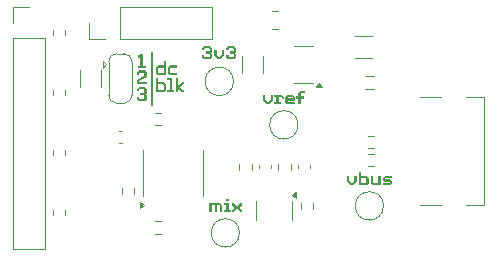
<source format=gbr>
%TF.GenerationSoftware,KiCad,Pcbnew,9.0.3-9.0.3-0~ubuntu22.04.1*%
%TF.CreationDate,2025-07-27T07:15:49-07:00*%
%TF.ProjectId,mixer-main,6d697865-722d-46d6-9169-6e2e6b696361,rev?*%
%TF.SameCoordinates,Original*%
%TF.FileFunction,Legend,Top*%
%TF.FilePolarity,Positive*%
%FSLAX46Y46*%
G04 Gerber Fmt 4.6, Leading zero omitted, Abs format (unit mm)*
G04 Created by KiCad (PCBNEW 9.0.3-9.0.3-0~ubuntu22.04.1) date 2025-07-27 07:15:49*
%MOMM*%
%LPD*%
G01*
G04 APERTURE LIST*
%ADD10C,0.150000*%
%ADD11C,0.120000*%
G04 APERTURE END LIST*
D10*
G36*
X152724871Y-86586586D02*
G01*
X152724871Y-87086893D01*
X152385471Y-87426000D01*
X152210789Y-87426000D01*
X151871389Y-87086893D01*
X151871389Y-86586586D01*
X152062924Y-86586586D01*
X152062924Y-87007978D01*
X152293074Y-87237981D01*
X152303186Y-87237981D01*
X152533336Y-87007978D01*
X152533336Y-86586586D01*
X152724871Y-86586586D01*
G37*
G36*
X153082882Y-86586586D02*
G01*
X153575129Y-86586586D01*
X153744829Y-86756139D01*
X153744829Y-87256446D01*
X153575129Y-87426000D01*
X152891347Y-87426000D01*
X152891347Y-87237981D01*
X153082882Y-87237981D01*
X153492844Y-87237981D01*
X153553294Y-87177531D01*
X153553294Y-86835054D01*
X153492844Y-86774604D01*
X153082882Y-86774604D01*
X153082882Y-87237981D01*
X152891347Y-87237981D01*
X152891347Y-86248944D01*
X153082882Y-86248944D01*
X153082882Y-86586586D01*
G37*
G36*
X154760098Y-87426000D02*
G01*
X154076316Y-87426000D01*
X153906616Y-87256446D01*
X153906616Y-86586586D01*
X154098151Y-86586586D01*
X154098151Y-87177531D01*
X154158601Y-87237981D01*
X154568563Y-87237981D01*
X154568563Y-86586586D01*
X154760098Y-86586586D01*
X154760098Y-87426000D01*
G37*
G36*
X155570935Y-87426000D02*
G01*
X154928113Y-87426000D01*
X154928113Y-87243110D01*
X155490189Y-87243110D01*
X155549100Y-87183979D01*
X155549100Y-87156868D01*
X155490189Y-87097737D01*
X155081033Y-87097737D01*
X154911333Y-86926718D01*
X154911333Y-86754527D01*
X155081033Y-86586586D01*
X155707076Y-86586586D01*
X155707076Y-86769475D01*
X155161780Y-86769475D01*
X155102868Y-86828606D01*
X155102868Y-86855717D01*
X155161780Y-86914848D01*
X155570935Y-86914848D01*
X155740635Y-87085867D01*
X155740635Y-87258058D01*
X155570935Y-87426000D01*
G37*
G36*
X145661726Y-79728586D02*
G01*
X145661726Y-80228893D01*
X145322326Y-80568000D01*
X145147644Y-80568000D01*
X144808244Y-80228893D01*
X144808244Y-79728586D01*
X144999779Y-79728586D01*
X144999779Y-80149978D01*
X145229929Y-80379981D01*
X145240041Y-80379981D01*
X145470191Y-80149978D01*
X145470191Y-79728586D01*
X145661726Y-79728586D01*
G37*
G36*
X146339354Y-80568000D02*
G01*
X145762550Y-80568000D01*
X145762550Y-80379981D01*
X145931370Y-80379981D01*
X145931370Y-79916604D01*
X145762550Y-79916604D01*
X145762550Y-79728586D01*
X146417462Y-79728586D01*
X146587162Y-79898139D01*
X146587162Y-80074434D01*
X146395627Y-80074434D01*
X146395627Y-79977054D01*
X146334371Y-79916604D01*
X146122906Y-79916604D01*
X146122906Y-80379981D01*
X146339354Y-80379981D01*
X146339354Y-80568000D01*
G37*
G36*
X147541028Y-79896527D02*
G01*
X147541028Y-80235048D01*
X146879081Y-80235048D01*
X146879081Y-80319311D01*
X146939531Y-80379981D01*
X147490617Y-80379981D01*
X147490617Y-80568000D01*
X146857246Y-80568000D01*
X146687546Y-80398446D01*
X146687546Y-79975149D01*
X146879081Y-79975149D01*
X146879081Y-80052159D01*
X147349493Y-80052159D01*
X147349493Y-79975149D01*
X147285672Y-79911475D01*
X146942902Y-79911475D01*
X146879081Y-79975149D01*
X146687546Y-79975149D01*
X146687546Y-79896527D01*
X146857246Y-79728586D01*
X147371328Y-79728586D01*
X147541028Y-79896527D01*
G37*
G36*
X147969381Y-80568000D02*
G01*
X147777846Y-80568000D01*
X147777846Y-80075606D01*
X147609026Y-80075606D01*
X147609026Y-79887588D01*
X147777846Y-79887588D01*
X147777846Y-79560498D01*
X147947546Y-79390944D01*
X148375753Y-79390944D01*
X148375753Y-79578963D01*
X148029905Y-79578963D01*
X147969381Y-79639999D01*
X147969381Y-79887588D01*
X148288998Y-79887588D01*
X148288998Y-80075606D01*
X147969381Y-80075606D01*
X147969381Y-80568000D01*
G37*
G36*
X140331738Y-76758000D02*
G01*
X139817656Y-76758000D01*
X139647956Y-76588446D01*
X139647956Y-76404458D01*
X139839491Y-76404458D01*
X139839491Y-76509824D01*
X139899942Y-76569981D01*
X140249453Y-76569981D01*
X140309903Y-76509824D01*
X140309903Y-76325836D01*
X140249453Y-76265606D01*
X139983986Y-76265606D01*
X139983986Y-76077588D01*
X140249453Y-76077588D01*
X140309903Y-76016551D01*
X140309903Y-75829999D01*
X140249453Y-75768963D01*
X139899942Y-75768963D01*
X139839491Y-75829999D01*
X139839491Y-75936831D01*
X139647956Y-75936831D01*
X139647956Y-75750498D01*
X139817656Y-75580944D01*
X140331738Y-75580944D01*
X140501438Y-75750498D01*
X140501438Y-76086014D01*
X140415782Y-76171597D01*
X140501438Y-76257180D01*
X140501438Y-76588446D01*
X140331738Y-76758000D01*
G37*
G36*
X141522569Y-75918586D02*
G01*
X141522569Y-76418893D01*
X141183169Y-76758000D01*
X141008487Y-76758000D01*
X140669087Y-76418893D01*
X140669087Y-75918586D01*
X140860622Y-75918586D01*
X140860622Y-76339978D01*
X141090772Y-76569981D01*
X141100884Y-76569981D01*
X141331034Y-76339978D01*
X141331034Y-75918586D01*
X141522569Y-75918586D01*
G37*
G36*
X142372827Y-76758000D02*
G01*
X141858745Y-76758000D01*
X141689045Y-76588446D01*
X141689045Y-76404458D01*
X141880580Y-76404458D01*
X141880580Y-76509824D01*
X141941030Y-76569981D01*
X142290542Y-76569981D01*
X142350992Y-76509824D01*
X142350992Y-76325836D01*
X142290542Y-76265606D01*
X142025074Y-76265606D01*
X142025074Y-76077588D01*
X142290542Y-76077588D01*
X142350992Y-76016551D01*
X142350992Y-75829999D01*
X142290542Y-75768963D01*
X141941030Y-75768963D01*
X141880580Y-75829999D01*
X141880580Y-75936831D01*
X141689045Y-75936831D01*
X141689045Y-75750498D01*
X141858745Y-75580944D01*
X142372827Y-75580944D01*
X142542527Y-75750498D01*
X142542527Y-76086014D01*
X142456871Y-76171597D01*
X142542527Y-76257180D01*
X142542527Y-76588446D01*
X142372827Y-76758000D01*
G37*
G36*
X135926013Y-78652586D02*
G01*
X136418260Y-78652586D01*
X136587960Y-78822139D01*
X136587960Y-79322446D01*
X136418260Y-79492000D01*
X135734478Y-79492000D01*
X135734478Y-79303981D01*
X135926013Y-79303981D01*
X136335975Y-79303981D01*
X136396425Y-79243531D01*
X136396425Y-78901054D01*
X136335975Y-78840604D01*
X135926013Y-78840604D01*
X135926013Y-79303981D01*
X135734478Y-79303981D01*
X135734478Y-78314944D01*
X135926013Y-78314944D01*
X135926013Y-78652586D01*
G37*
G36*
X137293725Y-79492000D02*
G01*
X136698163Y-79492000D01*
X136698163Y-79303981D01*
X136899810Y-79303981D01*
X136899810Y-78502963D01*
X136698163Y-78502963D01*
X136698163Y-78314944D01*
X137091345Y-78314944D01*
X137091345Y-79303981D01*
X137293725Y-79303981D01*
X137293725Y-79492000D01*
G37*
G36*
X138109691Y-79492000D02*
G01*
X137926875Y-79492000D01*
X137616565Y-79181396D01*
X137616565Y-79492000D01*
X137425030Y-79492000D01*
X137425030Y-78314944D01*
X137616565Y-78314944D01*
X137616565Y-78963189D01*
X137926875Y-78652586D01*
X138109691Y-78652586D01*
X138109691Y-78840604D01*
X138009087Y-78840604D01*
X137777618Y-79072293D01*
X138009087Y-79303981D01*
X138109691Y-79303981D01*
X138109691Y-79492000D01*
G37*
G36*
X141364079Y-89712000D02*
G01*
X141172544Y-89712000D01*
X141172544Y-89121054D01*
X141112313Y-89060604D01*
X140899822Y-89060604D01*
X140899822Y-89712000D01*
X140708287Y-89712000D01*
X140708287Y-89121054D01*
X140647910Y-89060604D01*
X140434832Y-89060604D01*
X140434832Y-89712000D01*
X140243297Y-89712000D01*
X140243297Y-88872586D01*
X140730122Y-88872586D01*
X140888025Y-89030415D01*
X140888025Y-88872586D01*
X141194379Y-88872586D01*
X141364079Y-89042139D01*
X141364079Y-89712000D01*
G37*
G36*
X142079222Y-89712000D02*
G01*
X141483660Y-89712000D01*
X141483660Y-89523981D01*
X141685307Y-89523981D01*
X141685307Y-89060604D01*
X141483660Y-89060604D01*
X141483660Y-88872586D01*
X141876842Y-88872586D01*
X141876842Y-89523981D01*
X142079222Y-89523981D01*
X142079222Y-89712000D01*
G37*
G36*
X141876842Y-88722963D02*
G01*
X141685307Y-88722963D01*
X141685307Y-88534944D01*
X141876842Y-88534944D01*
X141876842Y-88722963D01*
G37*
G36*
X143017114Y-89712000D02*
G01*
X142825579Y-89712000D01*
X142825579Y-89621361D01*
X142590373Y-89386302D01*
X142355167Y-89621361D01*
X142355167Y-89712000D01*
X142163632Y-89712000D01*
X142163632Y-89542446D01*
X142414006Y-89292293D01*
X142163632Y-89042139D01*
X142163632Y-88872586D01*
X142355167Y-88872586D01*
X142355167Y-88963224D01*
X142590373Y-89198284D01*
X142825579Y-88963224D01*
X142825579Y-88872586D01*
X143017114Y-88872586D01*
X143017114Y-89042139D01*
X142766814Y-89292293D01*
X143017114Y-89542446D01*
X143017114Y-89712000D01*
G37*
X135382000Y-76136500D02*
X135382000Y-80581500D01*
G36*
X134767260Y-80259000D02*
G01*
X134253178Y-80259000D01*
X134083478Y-80089446D01*
X134083478Y-79905458D01*
X134275013Y-79905458D01*
X134275013Y-80010824D01*
X134335464Y-80070981D01*
X134684975Y-80070981D01*
X134745425Y-80010824D01*
X134745425Y-79826836D01*
X134684975Y-79766606D01*
X134419508Y-79766606D01*
X134419508Y-79578588D01*
X134684975Y-79578588D01*
X134745425Y-79517551D01*
X134745425Y-79330999D01*
X134684975Y-79269963D01*
X134335464Y-79269963D01*
X134275013Y-79330999D01*
X134275013Y-79437831D01*
X134083478Y-79437831D01*
X134083478Y-79251498D01*
X134253178Y-79081944D01*
X134767260Y-79081944D01*
X134936960Y-79251498D01*
X134936960Y-79587014D01*
X134851304Y-79672597D01*
X134936960Y-79758180D01*
X134936960Y-80089446D01*
X134767260Y-80259000D01*
G37*
G36*
X136564513Y-78095000D02*
G01*
X135880731Y-78095000D01*
X135711031Y-77925446D01*
X135711031Y-77504054D01*
X135902566Y-77504054D01*
X135902566Y-77846531D01*
X135963016Y-77906981D01*
X136372978Y-77906981D01*
X136372978Y-77443604D01*
X135963016Y-77443604D01*
X135902566Y-77504054D01*
X135711031Y-77504054D01*
X135711031Y-77425139D01*
X135880731Y-77255586D01*
X136372978Y-77255586D01*
X136372978Y-76917944D01*
X136564513Y-76917944D01*
X136564513Y-78095000D01*
G37*
G36*
X137509440Y-78095000D02*
G01*
X136910068Y-78095000D01*
X136740368Y-77925446D01*
X136740368Y-77425139D01*
X136910068Y-77255586D01*
X137509440Y-77255586D01*
X137509440Y-77443604D01*
X136992353Y-77443604D01*
X136931903Y-77504054D01*
X136931903Y-77846531D01*
X136992353Y-77906981D01*
X137509440Y-77906981D01*
X137509440Y-78095000D01*
G37*
G36*
X134852549Y-77458999D02*
G01*
X134172577Y-77458999D01*
X134172577Y-77270980D01*
X134416429Y-77270980D01*
X134416429Y-76591448D01*
X134231415Y-76591448D01*
X134231415Y-76403430D01*
X134416429Y-76403430D01*
X134416429Y-76281943D01*
X134607964Y-76281943D01*
X134607964Y-77270980D01*
X134852549Y-77270980D01*
X134852549Y-77458999D01*
G37*
G36*
X134936960Y-78859000D02*
G01*
X134083478Y-78859000D01*
X134083478Y-78516156D01*
X134745425Y-78134111D01*
X134745425Y-77930559D01*
X134684975Y-77869963D01*
X134335464Y-77869963D01*
X134275013Y-77930559D01*
X134275013Y-78036512D01*
X134083478Y-78036512D01*
X134083478Y-77851498D01*
X134253178Y-77681944D01*
X134767260Y-77681944D01*
X134936960Y-77851498D01*
X134936960Y-78236766D01*
X134275013Y-78618811D01*
X134275013Y-78670981D01*
X134936960Y-78670981D01*
X134936960Y-78859000D01*
G37*
D11*
%TO.C,C6*%
X146057252Y-72671000D02*
X145534748Y-72671000D01*
X146057252Y-74141000D02*
X145534748Y-74141000D01*
%TO.C,R8*%
X126985500Y-79327742D02*
X126985500Y-79802258D01*
X128030500Y-79327742D02*
X128030500Y-79802258D01*
%TO.C,R1*%
X136127258Y-90458500D02*
X135652742Y-90458500D01*
X136127258Y-91503500D02*
X135652742Y-91503500D01*
%TO.C,R3*%
X148001500Y-88911242D02*
X148001500Y-89385758D01*
X149046500Y-88911242D02*
X149046500Y-89385758D01*
%TO.C,J2*%
X130065000Y-75040000D02*
X130065000Y-73660000D01*
X131445000Y-75040000D02*
X130065000Y-75040000D01*
X132715000Y-72280000D02*
X140445000Y-72280000D01*
X132715000Y-75040000D02*
X132715000Y-72280000D01*
X132715000Y-75040000D02*
X140445000Y-75040000D01*
X140445000Y-75040000D02*
X140445000Y-72280000D01*
%TO.C,C4*%
X152577748Y-74782000D02*
X154000252Y-74782000D01*
X152577748Y-76602000D02*
X154000252Y-76602000D01*
%TO.C,C7*%
X129265000Y-77649748D02*
X129265000Y-79072252D01*
X131085000Y-77649748D02*
X131085000Y-79072252D01*
%TO.C,J1*%
X158120000Y-79953000D02*
X160120000Y-79953000D01*
X158120000Y-89113000D02*
X160120000Y-89113000D01*
X162020000Y-79953000D02*
X163530000Y-79953000D01*
X162020000Y-89113000D02*
X163530000Y-89113000D01*
X163530000Y-89113000D02*
X163530000Y-79953000D01*
%TO.C,R5*%
X154161258Y-84772500D02*
X153686742Y-84772500D01*
X154161258Y-85817500D02*
X153686742Y-85817500D01*
%TO.C,TP4*%
X142805000Y-91440000D02*
G75*
G02*
X140405000Y-91440000I-1200000J0D01*
G01*
X140405000Y-91440000D02*
G75*
G02*
X142805000Y-91440000I1200000J0D01*
G01*
%TO.C,TP3*%
X154997000Y-89154000D02*
G75*
G02*
X152597000Y-89154000I-1200000J0D01*
G01*
X152597000Y-89154000D02*
G75*
G02*
X154997000Y-89154000I1200000J0D01*
G01*
%TO.C,R10*%
X126985500Y-89487742D02*
X126985500Y-89962258D01*
X128030500Y-89487742D02*
X128030500Y-89962258D01*
%TO.C,R12*%
X142794500Y-85609242D02*
X142794500Y-86083758D01*
X143839500Y-85609242D02*
X143839500Y-86083758D01*
%TO.C,R2*%
X132827500Y-88121258D02*
X132827500Y-87646742D01*
X133872500Y-88121258D02*
X133872500Y-87646742D01*
%TO.C,R4*%
X146096500Y-85609242D02*
X146096500Y-86083758D01*
X147141500Y-85609242D02*
X147141500Y-86083758D01*
%TO.C,R6*%
X154161258Y-83248500D02*
X153686742Y-83248500D01*
X154161258Y-84293500D02*
X153686742Y-84293500D01*
%TO.C,C1*%
X144458000Y-85987080D02*
X144458000Y-85705920D01*
X145478000Y-85987080D02*
X145478000Y-85705920D01*
%TO.C,U1*%
X134600000Y-86360000D02*
X134600000Y-84410000D01*
X134600000Y-86360000D02*
X134600000Y-88310000D01*
X139720000Y-86360000D02*
X139720000Y-84410000D01*
X139720000Y-86360000D02*
X139720000Y-88310000D01*
X134695000Y-89060000D02*
X134365000Y-89300000D01*
X134365000Y-88820000D01*
X134695000Y-89060000D01*
G36*
X134695000Y-89060000D02*
G01*
X134365000Y-89300000D01*
X134365000Y-88820000D01*
X134695000Y-89060000D01*
G37*
%TO.C,R7*%
X126985500Y-74247742D02*
X126985500Y-74722258D01*
X128030500Y-74247742D02*
X128030500Y-74722258D01*
%TO.C,J3*%
X123588000Y-72280000D02*
X124968000Y-72280000D01*
X123588000Y-73660000D02*
X123588000Y-72280000D01*
X123588000Y-74930000D02*
X123588000Y-92820000D01*
X123588000Y-74930000D02*
X126348000Y-74930000D01*
X123588000Y-92820000D02*
X126348000Y-92820000D01*
X126348000Y-74930000D02*
X126348000Y-92820000D01*
%TO.C,TP2*%
X142297000Y-78613000D02*
G75*
G02*
X139897000Y-78613000I-1200000J0D01*
G01*
X139897000Y-78613000D02*
G75*
G02*
X142297000Y-78613000I1200000J0D01*
G01*
%TO.C,TP1*%
X147758000Y-82296000D02*
G75*
G02*
X145358000Y-82296000I-1200000J0D01*
G01*
X145358000Y-82296000D02*
G75*
G02*
X147758000Y-82296000I1200000J0D01*
G01*
%TO.C,U2*%
X144170000Y-89529500D02*
X144170000Y-88729500D01*
X144170000Y-89529500D02*
X144170000Y-90329500D01*
X147290000Y-89529500D02*
X147290000Y-88729500D01*
X147290000Y-89529500D02*
X147290000Y-90329500D01*
X147570000Y-88469500D02*
X147240000Y-88229500D01*
X147570000Y-87989500D01*
X147570000Y-88469500D01*
G36*
X147570000Y-88469500D02*
G01*
X147240000Y-88229500D01*
X147570000Y-87989500D01*
X147570000Y-88469500D01*
G37*
%TO.C,R9*%
X126985500Y-84407742D02*
X126985500Y-84882258D01*
X128030500Y-84407742D02*
X128030500Y-84882258D01*
%TO.C,JP1*%
X131215000Y-76861000D02*
X131215000Y-77461000D01*
X131515000Y-77161000D02*
X131215000Y-76861000D01*
X131515000Y-77161000D02*
X131215000Y-77461000D01*
X131715000Y-79761000D02*
X131715000Y-76961000D01*
X132415000Y-76261000D02*
X133015000Y-76261000D01*
X133015000Y-80466025D02*
X132415000Y-80466025D01*
X133715000Y-76961000D02*
X133715000Y-79761000D01*
X131715000Y-76961000D02*
G75*
G02*
X132415000Y-76261000I699999J1D01*
G01*
X132415000Y-80466025D02*
G75*
G02*
X131715005Y-79766025I0J699995D01*
G01*
X133015000Y-76261000D02*
G75*
G02*
X133715000Y-76961000I1J-699999D01*
G01*
X133715000Y-79766025D02*
G75*
G02*
X133015000Y-80466030I-700000J-5D01*
G01*
%TO.C,FB1*%
X154196622Y-78180000D02*
X153397378Y-78180000D01*
X154196622Y-79300000D02*
X153397378Y-79300000D01*
%TO.C,U3*%
X148209000Y-75656000D02*
X147409000Y-75656000D01*
X148209000Y-75656000D02*
X149009000Y-75656000D01*
X148209000Y-78776000D02*
X147409000Y-78776000D01*
X148209000Y-78776000D02*
X149009000Y-78776000D01*
X149749000Y-79056000D02*
X149269000Y-79056000D01*
X149509000Y-78726000D01*
X149749000Y-79056000D01*
G36*
X149749000Y-79056000D02*
G01*
X149269000Y-79056000D01*
X149509000Y-78726000D01*
X149749000Y-79056000D01*
G37*
%TO.C,C2*%
X147760000Y-85987080D02*
X147760000Y-85705920D01*
X148780000Y-85987080D02*
X148780000Y-85705920D01*
%TO.C,C5*%
X142981000Y-77927252D02*
X142981000Y-76504748D01*
X144801000Y-77927252D02*
X144801000Y-76504748D01*
%TO.C,C3*%
X132855580Y-82851000D02*
X132574420Y-82851000D01*
X132855580Y-83871000D02*
X132574420Y-83871000D01*
%TO.C,R11*%
X136127258Y-81265500D02*
X135652742Y-81265500D01*
X136127258Y-82310500D02*
X135652742Y-82310500D01*
%TD*%
%LPC*%
G36*
X141696513Y-90406998D02*
G01*
X141706742Y-90406998D01*
X141746714Y-90414949D01*
X141847268Y-90430875D01*
X141879613Y-90441384D01*
X141906315Y-90446696D01*
X141943992Y-90462302D01*
X142002147Y-90481198D01*
X142056626Y-90508957D01*
X142094310Y-90524566D01*
X142116950Y-90539694D01*
X142147253Y-90555134D01*
X142229629Y-90614983D01*
X142263500Y-90637615D01*
X142270728Y-90644843D01*
X142278996Y-90650850D01*
X142394149Y-90766003D01*
X142400155Y-90774270D01*
X142407385Y-90781500D01*
X142430019Y-90815374D01*
X142489865Y-90897746D01*
X142505303Y-90928046D01*
X142520434Y-90950690D01*
X142536045Y-90988378D01*
X142563801Y-91042852D01*
X142582694Y-91100999D01*
X142598304Y-91138685D01*
X142603616Y-91165391D01*
X142614124Y-91197731D01*
X142630049Y-91298277D01*
X142638002Y-91338258D01*
X142638002Y-91348487D01*
X142639600Y-91358577D01*
X142639600Y-91521422D01*
X142638002Y-91531511D01*
X142638002Y-91541742D01*
X142630048Y-91581725D01*
X142614124Y-91682268D01*
X142603616Y-91714605D01*
X142598304Y-91741315D01*
X142582692Y-91779004D01*
X142563801Y-91837147D01*
X142536047Y-91891616D01*
X142520434Y-91929310D01*
X142505301Y-91951957D01*
X142489865Y-91982253D01*
X142430027Y-92064612D01*
X142407385Y-92098500D01*
X142400153Y-92105731D01*
X142394149Y-92113996D01*
X142278996Y-92229149D01*
X142270731Y-92235153D01*
X142263500Y-92242385D01*
X142229612Y-92265027D01*
X142147253Y-92324865D01*
X142116957Y-92340301D01*
X142094310Y-92355434D01*
X142056616Y-92371047D01*
X142002147Y-92398801D01*
X141944004Y-92417692D01*
X141906315Y-92433304D01*
X141879605Y-92438616D01*
X141847268Y-92449124D01*
X141746723Y-92465049D01*
X141706742Y-92473002D01*
X141696512Y-92473002D01*
X141686423Y-92474600D01*
X141523577Y-92474600D01*
X141513488Y-92473002D01*
X141503258Y-92473002D01*
X141463277Y-92465049D01*
X141362731Y-92449124D01*
X141330391Y-92438616D01*
X141303685Y-92433304D01*
X141265999Y-92417694D01*
X141207852Y-92398801D01*
X141153378Y-92371045D01*
X141115690Y-92355434D01*
X141093046Y-92340303D01*
X141062746Y-92324865D01*
X140980374Y-92265019D01*
X140946500Y-92242385D01*
X140939270Y-92235155D01*
X140931003Y-92229149D01*
X140815850Y-92113996D01*
X140809843Y-92105728D01*
X140802615Y-92098500D01*
X140779983Y-92064629D01*
X140720134Y-91982253D01*
X140704694Y-91951950D01*
X140689566Y-91929310D01*
X140673957Y-91891626D01*
X140646198Y-91837147D01*
X140627302Y-91778992D01*
X140611696Y-91741315D01*
X140606384Y-91714613D01*
X140595875Y-91682268D01*
X140579949Y-91581716D01*
X140571998Y-91541742D01*
X140571998Y-91531511D01*
X140570400Y-91521422D01*
X140570400Y-91358577D01*
X140571998Y-91348487D01*
X140571998Y-91338258D01*
X140579948Y-91298287D01*
X140595875Y-91197731D01*
X140606385Y-91165383D01*
X140611696Y-91138685D01*
X140627301Y-91101010D01*
X140646198Y-91042852D01*
X140673959Y-90988368D01*
X140689566Y-90950690D01*
X140704691Y-90928052D01*
X140720134Y-90897746D01*
X140779991Y-90815357D01*
X140802615Y-90781500D01*
X140809840Y-90774274D01*
X140815850Y-90766003D01*
X140931003Y-90650850D01*
X140939274Y-90644840D01*
X140946500Y-90637615D01*
X140980357Y-90614991D01*
X141062746Y-90555134D01*
X141093052Y-90539691D01*
X141115690Y-90524566D01*
X141153368Y-90508959D01*
X141207852Y-90481198D01*
X141266010Y-90462301D01*
X141303685Y-90446696D01*
X141330383Y-90441385D01*
X141362731Y-90430875D01*
X141463287Y-90414948D01*
X141503258Y-90406998D01*
X141513487Y-90406998D01*
X141523577Y-90405400D01*
X141686423Y-90405400D01*
X141696513Y-90406998D01*
G37*
G36*
X125225773Y-90590237D02*
G01*
X125386600Y-90656854D01*
X125531341Y-90753567D01*
X125654433Y-90876659D01*
X125751146Y-91021400D01*
X125817763Y-91182227D01*
X125851724Y-91352961D01*
X125851724Y-91527039D01*
X125817763Y-91697773D01*
X125751146Y-91858600D01*
X125654433Y-92003341D01*
X125531341Y-92126433D01*
X125386600Y-92223146D01*
X125225773Y-92289763D01*
X125055039Y-92323724D01*
X124880961Y-92323724D01*
X124710227Y-92289763D01*
X124549400Y-92223146D01*
X124404659Y-92126433D01*
X124281567Y-92003341D01*
X124184854Y-91858600D01*
X124118237Y-91697773D01*
X124084276Y-91527039D01*
X124084276Y-91352961D01*
X124118237Y-91182227D01*
X124184854Y-91021400D01*
X124281567Y-90876659D01*
X124404659Y-90753567D01*
X124549400Y-90656854D01*
X124710227Y-90590237D01*
X124880961Y-90556276D01*
X125055039Y-90556276D01*
X125225773Y-90590237D01*
G37*
G36*
X135270257Y-90469045D02*
G01*
X135317111Y-90474481D01*
X135333121Y-90481550D01*
X135356079Y-90486117D01*
X135380657Y-90502540D01*
X135398868Y-90510581D01*
X135411305Y-90523018D01*
X135433291Y-90537709D01*
X135447981Y-90559694D01*
X135460418Y-90572131D01*
X135468458Y-90590339D01*
X135484883Y-90614921D01*
X135489450Y-90637881D01*
X135496518Y-90653888D01*
X135501952Y-90700731D01*
X135503000Y-90706000D01*
X135503000Y-91256000D01*
X135501951Y-91261269D01*
X135496518Y-91308111D01*
X135489450Y-91324117D01*
X135484883Y-91347079D01*
X135468456Y-91371662D01*
X135460418Y-91389868D01*
X135447983Y-91402302D01*
X135433291Y-91424291D01*
X135411302Y-91438983D01*
X135398868Y-91451418D01*
X135380662Y-91459456D01*
X135356079Y-91475883D01*
X135333117Y-91480450D01*
X135317111Y-91487518D01*
X135270269Y-91492951D01*
X135265000Y-91494000D01*
X134865000Y-91494000D01*
X134859731Y-91492952D01*
X134812888Y-91487518D01*
X134796881Y-91480450D01*
X134773921Y-91475883D01*
X134749339Y-91459458D01*
X134731131Y-91451418D01*
X134718694Y-91438981D01*
X134696709Y-91424291D01*
X134682018Y-91402305D01*
X134669581Y-91389868D01*
X134661540Y-91371657D01*
X134645117Y-91347079D01*
X134640550Y-91324121D01*
X134633481Y-91308111D01*
X134628045Y-91261257D01*
X134627000Y-91256000D01*
X134627000Y-90706000D01*
X134628045Y-90700743D01*
X134633481Y-90653888D01*
X134640550Y-90637876D01*
X134645117Y-90614921D01*
X134661538Y-90590344D01*
X134669581Y-90572131D01*
X134682020Y-90559691D01*
X134696709Y-90537709D01*
X134718691Y-90523020D01*
X134731131Y-90510581D01*
X134749344Y-90502538D01*
X134773921Y-90486117D01*
X134796876Y-90481550D01*
X134812888Y-90474481D01*
X134859743Y-90469045D01*
X134865000Y-90468000D01*
X135265000Y-90468000D01*
X135270257Y-90469045D01*
G37*
G36*
X136920257Y-90469045D02*
G01*
X136967111Y-90474481D01*
X136983121Y-90481550D01*
X137006079Y-90486117D01*
X137030657Y-90502540D01*
X137048868Y-90510581D01*
X137061305Y-90523018D01*
X137083291Y-90537709D01*
X137097981Y-90559694D01*
X137110418Y-90572131D01*
X137118458Y-90590339D01*
X137134883Y-90614921D01*
X137139450Y-90637881D01*
X137146518Y-90653888D01*
X137151952Y-90700731D01*
X137153000Y-90706000D01*
X137153000Y-91256000D01*
X137151951Y-91261269D01*
X137146518Y-91308111D01*
X137139450Y-91324117D01*
X137134883Y-91347079D01*
X137118456Y-91371662D01*
X137110418Y-91389868D01*
X137097983Y-91402302D01*
X137083291Y-91424291D01*
X137061302Y-91438983D01*
X137048868Y-91451418D01*
X137030662Y-91459456D01*
X137006079Y-91475883D01*
X136983117Y-91480450D01*
X136967111Y-91487518D01*
X136920269Y-91492951D01*
X136915000Y-91494000D01*
X136515000Y-91494000D01*
X136509731Y-91492952D01*
X136462888Y-91487518D01*
X136446881Y-91480450D01*
X136423921Y-91475883D01*
X136399339Y-91459458D01*
X136381131Y-91451418D01*
X136368694Y-91438981D01*
X136346709Y-91424291D01*
X136332018Y-91402305D01*
X136319581Y-91389868D01*
X136311540Y-91371657D01*
X136295117Y-91347079D01*
X136290550Y-91324121D01*
X136283481Y-91308111D01*
X136278045Y-91261257D01*
X136277000Y-91256000D01*
X136277000Y-90706000D01*
X136278045Y-90700743D01*
X136283481Y-90653888D01*
X136290550Y-90637876D01*
X136295117Y-90614921D01*
X136311538Y-90590344D01*
X136319581Y-90572131D01*
X136332020Y-90559691D01*
X136346709Y-90537709D01*
X136368691Y-90523020D01*
X136381131Y-90510581D01*
X136399344Y-90502538D01*
X136423921Y-90486117D01*
X136446876Y-90481550D01*
X136462888Y-90474481D01*
X136509743Y-90469045D01*
X136515000Y-90468000D01*
X136915000Y-90468000D01*
X136920257Y-90469045D01*
G37*
G36*
X145951944Y-89980811D02*
G01*
X146012936Y-90021564D01*
X146053689Y-90082556D01*
X146068000Y-90154500D01*
X146068000Y-91179500D01*
X146053689Y-91251444D01*
X146012936Y-91312436D01*
X145951944Y-91353189D01*
X145880000Y-91367500D01*
X145580000Y-91367500D01*
X145508056Y-91353189D01*
X145447064Y-91312436D01*
X145406311Y-91251444D01*
X145392000Y-91179500D01*
X145392000Y-90154500D01*
X145406311Y-90082556D01*
X145447064Y-90021564D01*
X145508056Y-89980811D01*
X145580000Y-89966500D01*
X145880000Y-89966500D01*
X145951944Y-89980811D01*
G37*
G36*
X127788257Y-90113045D02*
G01*
X127835111Y-90118481D01*
X127851121Y-90125550D01*
X127874079Y-90130117D01*
X127898657Y-90146540D01*
X127916868Y-90154581D01*
X127929305Y-90167018D01*
X127951291Y-90181709D01*
X127965981Y-90203694D01*
X127978418Y-90216131D01*
X127986458Y-90234339D01*
X128002883Y-90258921D01*
X128007450Y-90281881D01*
X128014518Y-90297888D01*
X128019952Y-90344731D01*
X128021000Y-90350000D01*
X128021000Y-90750000D01*
X128019951Y-90755269D01*
X128014518Y-90802111D01*
X128007450Y-90818117D01*
X128002883Y-90841079D01*
X127986456Y-90865662D01*
X127978418Y-90883868D01*
X127965983Y-90896302D01*
X127951291Y-90918291D01*
X127929302Y-90932983D01*
X127916868Y-90945418D01*
X127898662Y-90953456D01*
X127874079Y-90969883D01*
X127851117Y-90974450D01*
X127835111Y-90981518D01*
X127788269Y-90986951D01*
X127783000Y-90988000D01*
X127233000Y-90988000D01*
X127227731Y-90986952D01*
X127180888Y-90981518D01*
X127164881Y-90974450D01*
X127141921Y-90969883D01*
X127117339Y-90953458D01*
X127099131Y-90945418D01*
X127086694Y-90932981D01*
X127064709Y-90918291D01*
X127050018Y-90896305D01*
X127037581Y-90883868D01*
X127029540Y-90865657D01*
X127013117Y-90841079D01*
X127008550Y-90818121D01*
X127001481Y-90802111D01*
X126996045Y-90755257D01*
X126995000Y-90750000D01*
X126995000Y-90350000D01*
X126996045Y-90344743D01*
X127001481Y-90297888D01*
X127008550Y-90281876D01*
X127013117Y-90258921D01*
X127029538Y-90234344D01*
X127037581Y-90216131D01*
X127050020Y-90203691D01*
X127064709Y-90181709D01*
X127086691Y-90167020D01*
X127099131Y-90154581D01*
X127117344Y-90146538D01*
X127141921Y-90130117D01*
X127164876Y-90125550D01*
X127180888Y-90118481D01*
X127227743Y-90113045D01*
X127233000Y-90112000D01*
X127783000Y-90112000D01*
X127788257Y-90113045D01*
G37*
G36*
X148804257Y-89536545D02*
G01*
X148851111Y-89541981D01*
X148867121Y-89549050D01*
X148890079Y-89553617D01*
X148914657Y-89570040D01*
X148932868Y-89578081D01*
X148945305Y-89590518D01*
X148967291Y-89605209D01*
X148981981Y-89627194D01*
X148994418Y-89639631D01*
X149002458Y-89657839D01*
X149018883Y-89682421D01*
X149023450Y-89705381D01*
X149030518Y-89721388D01*
X149035952Y-89768231D01*
X149037000Y-89773500D01*
X149037000Y-90173500D01*
X149035951Y-90178769D01*
X149030518Y-90225611D01*
X149023450Y-90241617D01*
X149018883Y-90264579D01*
X149002456Y-90289162D01*
X148994418Y-90307368D01*
X148981983Y-90319802D01*
X148967291Y-90341791D01*
X148945302Y-90356483D01*
X148932868Y-90368918D01*
X148914662Y-90376956D01*
X148890079Y-90393383D01*
X148867117Y-90397950D01*
X148851111Y-90405018D01*
X148804269Y-90410451D01*
X148799000Y-90411500D01*
X148249000Y-90411500D01*
X148243731Y-90410452D01*
X148196888Y-90405018D01*
X148180881Y-90397950D01*
X148157921Y-90393383D01*
X148133339Y-90376958D01*
X148115131Y-90368918D01*
X148102694Y-90356481D01*
X148080709Y-90341791D01*
X148066018Y-90319805D01*
X148053581Y-90307368D01*
X148045540Y-90289157D01*
X148029117Y-90264579D01*
X148024550Y-90241621D01*
X148017481Y-90225611D01*
X148012045Y-90178757D01*
X148011000Y-90173500D01*
X148011000Y-89773500D01*
X148012045Y-89768243D01*
X148017481Y-89721388D01*
X148024550Y-89705376D01*
X148029117Y-89682421D01*
X148045538Y-89657844D01*
X148053581Y-89639631D01*
X148066020Y-89627191D01*
X148080709Y-89605209D01*
X148102691Y-89590520D01*
X148115131Y-89578081D01*
X148133344Y-89570038D01*
X148157921Y-89553617D01*
X148180876Y-89549050D01*
X148196888Y-89541981D01*
X148243743Y-89536545D01*
X148249000Y-89535500D01*
X148799000Y-89535500D01*
X148804257Y-89536545D01*
G37*
G36*
X153888513Y-88120998D02*
G01*
X153898742Y-88120998D01*
X153938714Y-88128949D01*
X154039268Y-88144875D01*
X154071613Y-88155384D01*
X154098315Y-88160696D01*
X154135992Y-88176302D01*
X154194147Y-88195198D01*
X154248626Y-88222957D01*
X154286310Y-88238566D01*
X154308950Y-88253694D01*
X154339253Y-88269134D01*
X154421629Y-88328983D01*
X154455500Y-88351615D01*
X154462728Y-88358843D01*
X154470996Y-88364850D01*
X154586149Y-88480003D01*
X154592155Y-88488270D01*
X154599385Y-88495500D01*
X154622019Y-88529374D01*
X154681865Y-88611746D01*
X154697303Y-88642046D01*
X154712434Y-88664690D01*
X154728045Y-88702378D01*
X154755801Y-88756852D01*
X154774694Y-88814999D01*
X154790304Y-88852685D01*
X154795616Y-88879391D01*
X154806124Y-88911731D01*
X154822049Y-89012277D01*
X154830002Y-89052258D01*
X154830002Y-89062487D01*
X154831600Y-89072577D01*
X154831600Y-89235422D01*
X154830002Y-89245511D01*
X154830002Y-89255742D01*
X154822048Y-89295725D01*
X154806124Y-89396268D01*
X154795616Y-89428605D01*
X154790304Y-89455315D01*
X154774692Y-89493004D01*
X154755801Y-89551147D01*
X154728047Y-89605616D01*
X154712434Y-89643310D01*
X154697301Y-89665957D01*
X154681865Y-89696253D01*
X154622027Y-89778612D01*
X154599385Y-89812500D01*
X154592153Y-89819731D01*
X154586149Y-89827996D01*
X154470996Y-89943149D01*
X154462731Y-89949153D01*
X154455500Y-89956385D01*
X154421612Y-89979027D01*
X154339253Y-90038865D01*
X154308957Y-90054301D01*
X154286310Y-90069434D01*
X154248616Y-90085047D01*
X154194147Y-90112801D01*
X154136004Y-90131692D01*
X154098315Y-90147304D01*
X154071605Y-90152616D01*
X154039268Y-90163124D01*
X153938723Y-90179049D01*
X153898742Y-90187002D01*
X153888512Y-90187002D01*
X153878423Y-90188600D01*
X153715577Y-90188600D01*
X153705488Y-90187002D01*
X153695258Y-90187002D01*
X153655277Y-90179049D01*
X153554731Y-90163124D01*
X153522391Y-90152616D01*
X153495685Y-90147304D01*
X153457999Y-90131694D01*
X153399852Y-90112801D01*
X153345378Y-90085045D01*
X153307690Y-90069434D01*
X153285046Y-90054303D01*
X153254746Y-90038865D01*
X153172374Y-89979019D01*
X153138500Y-89956385D01*
X153131270Y-89949155D01*
X153123003Y-89943149D01*
X153007850Y-89827996D01*
X153001843Y-89819728D01*
X152994615Y-89812500D01*
X152971983Y-89778629D01*
X152912134Y-89696253D01*
X152896694Y-89665950D01*
X152881566Y-89643310D01*
X152865957Y-89605626D01*
X152838198Y-89551147D01*
X152819302Y-89492992D01*
X152803696Y-89455315D01*
X152798384Y-89428613D01*
X152787875Y-89396268D01*
X152771949Y-89295716D01*
X152763998Y-89255742D01*
X152763998Y-89245511D01*
X152762400Y-89235422D01*
X152762400Y-89072577D01*
X152763998Y-89062487D01*
X152763998Y-89052258D01*
X152771948Y-89012287D01*
X152787875Y-88911731D01*
X152798385Y-88879383D01*
X152803696Y-88852685D01*
X152819301Y-88815010D01*
X152838198Y-88756852D01*
X152865959Y-88702368D01*
X152881566Y-88664690D01*
X152896691Y-88642052D01*
X152912134Y-88611746D01*
X152971991Y-88529357D01*
X152994615Y-88495500D01*
X153001840Y-88488274D01*
X153007850Y-88480003D01*
X153123003Y-88364850D01*
X153131274Y-88358840D01*
X153138500Y-88351615D01*
X153172357Y-88328991D01*
X153254746Y-88269134D01*
X153285052Y-88253691D01*
X153307690Y-88238566D01*
X153345368Y-88222959D01*
X153399852Y-88195198D01*
X153458010Y-88176301D01*
X153495685Y-88160696D01*
X153522383Y-88155385D01*
X153554731Y-88144875D01*
X153655287Y-88128948D01*
X153695258Y-88120998D01*
X153705487Y-88120998D01*
X153715577Y-88119400D01*
X153878423Y-88119400D01*
X153888513Y-88120998D01*
G37*
G36*
X135476944Y-87836311D02*
G01*
X135537936Y-87877064D01*
X135578689Y-87938056D01*
X135593000Y-88010000D01*
X135593000Y-89660000D01*
X135578689Y-89731944D01*
X135537936Y-89792936D01*
X135476944Y-89833689D01*
X135405000Y-89848000D01*
X135105000Y-89848000D01*
X135033056Y-89833689D01*
X134972064Y-89792936D01*
X134931311Y-89731944D01*
X134917000Y-89660000D01*
X134917000Y-88010000D01*
X134931311Y-87938056D01*
X134972064Y-87877064D01*
X135033056Y-87836311D01*
X135105000Y-87822000D01*
X135405000Y-87822000D01*
X135476944Y-87836311D01*
G37*
G36*
X136746944Y-87836311D02*
G01*
X136807936Y-87877064D01*
X136848689Y-87938056D01*
X136863000Y-88010000D01*
X136863000Y-89660000D01*
X136848689Y-89731944D01*
X136807936Y-89792936D01*
X136746944Y-89833689D01*
X136675000Y-89848000D01*
X136375000Y-89848000D01*
X136303056Y-89833689D01*
X136242064Y-89792936D01*
X136201311Y-89731944D01*
X136187000Y-89660000D01*
X136187000Y-88010000D01*
X136201311Y-87938056D01*
X136242064Y-87877064D01*
X136303056Y-87836311D01*
X136375000Y-87822000D01*
X136675000Y-87822000D01*
X136746944Y-87836311D01*
G37*
G36*
X138016944Y-87836311D02*
G01*
X138077936Y-87877064D01*
X138118689Y-87938056D01*
X138133000Y-88010000D01*
X138133000Y-89660000D01*
X138118689Y-89731944D01*
X138077936Y-89792936D01*
X138016944Y-89833689D01*
X137945000Y-89848000D01*
X137645000Y-89848000D01*
X137573056Y-89833689D01*
X137512064Y-89792936D01*
X137471311Y-89731944D01*
X137457000Y-89660000D01*
X137457000Y-88010000D01*
X137471311Y-87938056D01*
X137512064Y-87877064D01*
X137573056Y-87836311D01*
X137645000Y-87822000D01*
X137945000Y-87822000D01*
X138016944Y-87836311D01*
G37*
G36*
X139286944Y-87836311D02*
G01*
X139347936Y-87877064D01*
X139388689Y-87938056D01*
X139403000Y-88010000D01*
X139403000Y-89660000D01*
X139388689Y-89731944D01*
X139347936Y-89792936D01*
X139286944Y-89833689D01*
X139215000Y-89848000D01*
X138915000Y-89848000D01*
X138843056Y-89833689D01*
X138782064Y-89792936D01*
X138741311Y-89731944D01*
X138727000Y-89660000D01*
X138727000Y-88010000D01*
X138741311Y-87938056D01*
X138782064Y-87877064D01*
X138843056Y-87836311D01*
X138915000Y-87822000D01*
X139215000Y-87822000D01*
X139286944Y-87836311D01*
G37*
G36*
X125225773Y-88050237D02*
G01*
X125386600Y-88116854D01*
X125531341Y-88213567D01*
X125654433Y-88336659D01*
X125751146Y-88481400D01*
X125817763Y-88642227D01*
X125851724Y-88812961D01*
X125851724Y-88987039D01*
X125817763Y-89157773D01*
X125751146Y-89318600D01*
X125654433Y-89463341D01*
X125531341Y-89586433D01*
X125386600Y-89683146D01*
X125225773Y-89749763D01*
X125055039Y-89783724D01*
X124880961Y-89783724D01*
X124710227Y-89749763D01*
X124549400Y-89683146D01*
X124404659Y-89586433D01*
X124281567Y-89463341D01*
X124184854Y-89318600D01*
X124118237Y-89157773D01*
X124084276Y-88987039D01*
X124084276Y-88812961D01*
X124118237Y-88642227D01*
X124184854Y-88481400D01*
X124281567Y-88336659D01*
X124404659Y-88213567D01*
X124549400Y-88116854D01*
X124710227Y-88050237D01*
X124880961Y-88016276D01*
X125055039Y-88016276D01*
X125225773Y-88050237D01*
G37*
G36*
X157440223Y-88319603D02*
G01*
X157575884Y-88355953D01*
X157697514Y-88426176D01*
X157796824Y-88525486D01*
X157867047Y-88647116D01*
X157903397Y-88782777D01*
X157903397Y-88923223D01*
X157867047Y-89058884D01*
X157796824Y-89180514D01*
X157697514Y-89279824D01*
X157575884Y-89350047D01*
X157440223Y-89386397D01*
X157370000Y-89391000D01*
X157367870Y-89391000D01*
X156672130Y-89391000D01*
X156670000Y-89391000D01*
X156599777Y-89386397D01*
X156464116Y-89350047D01*
X156342486Y-89279824D01*
X156243176Y-89180514D01*
X156172953Y-89058884D01*
X156136603Y-88923223D01*
X156136603Y-88782777D01*
X156172953Y-88647116D01*
X156243176Y-88525486D01*
X156342486Y-88426176D01*
X156464116Y-88355953D01*
X156599777Y-88319603D01*
X156670000Y-88315000D01*
X157370000Y-88315000D01*
X157440223Y-88319603D01*
G37*
G36*
X161240223Y-88319603D02*
G01*
X161375884Y-88355953D01*
X161497514Y-88426176D01*
X161596824Y-88525486D01*
X161667047Y-88647116D01*
X161703397Y-88782777D01*
X161703397Y-88923223D01*
X161667047Y-89058884D01*
X161596824Y-89180514D01*
X161497514Y-89279824D01*
X161375884Y-89350047D01*
X161240223Y-89386397D01*
X161170000Y-89391000D01*
X161167870Y-89391000D01*
X160472130Y-89391000D01*
X160470000Y-89391000D01*
X160399777Y-89386397D01*
X160264116Y-89350047D01*
X160142486Y-89279824D01*
X160043176Y-89180514D01*
X159972953Y-89058884D01*
X159936603Y-88923223D01*
X159936603Y-88782777D01*
X159972953Y-88647116D01*
X160043176Y-88525486D01*
X160142486Y-88426176D01*
X160264116Y-88355953D01*
X160399777Y-88319603D01*
X160470000Y-88315000D01*
X161170000Y-88315000D01*
X161240223Y-88319603D01*
G37*
G36*
X127788257Y-88463045D02*
G01*
X127835111Y-88468481D01*
X127851121Y-88475550D01*
X127874079Y-88480117D01*
X127898657Y-88496540D01*
X127916868Y-88504581D01*
X127929305Y-88517018D01*
X127951291Y-88531709D01*
X127965981Y-88553694D01*
X127978418Y-88566131D01*
X127986458Y-88584339D01*
X128002883Y-88608921D01*
X128007450Y-88631881D01*
X128014518Y-88647888D01*
X128019952Y-88694731D01*
X128021000Y-88700000D01*
X128021000Y-89100000D01*
X128019951Y-89105269D01*
X128014518Y-89152111D01*
X128007450Y-89168117D01*
X128002883Y-89191079D01*
X127986456Y-89215662D01*
X127978418Y-89233868D01*
X127965983Y-89246302D01*
X127951291Y-89268291D01*
X127929302Y-89282983D01*
X127916868Y-89295418D01*
X127898662Y-89303456D01*
X127874079Y-89319883D01*
X127851117Y-89324450D01*
X127835111Y-89331518D01*
X127788269Y-89336951D01*
X127783000Y-89338000D01*
X127233000Y-89338000D01*
X127227731Y-89336952D01*
X127180888Y-89331518D01*
X127164881Y-89324450D01*
X127141921Y-89319883D01*
X127117339Y-89303458D01*
X127099131Y-89295418D01*
X127086694Y-89282981D01*
X127064709Y-89268291D01*
X127050018Y-89246305D01*
X127037581Y-89233868D01*
X127029540Y-89215657D01*
X127013117Y-89191079D01*
X127008550Y-89168121D01*
X127001481Y-89152111D01*
X126996045Y-89105257D01*
X126995000Y-89100000D01*
X126995000Y-88700000D01*
X126996045Y-88694743D01*
X127001481Y-88647888D01*
X127008550Y-88631876D01*
X127013117Y-88608921D01*
X127029538Y-88584344D01*
X127037581Y-88566131D01*
X127050020Y-88553691D01*
X127064709Y-88531709D01*
X127086691Y-88517020D01*
X127099131Y-88504581D01*
X127117344Y-88496538D01*
X127141921Y-88480117D01*
X127164876Y-88475550D01*
X127180888Y-88468481D01*
X127227743Y-88463045D01*
X127233000Y-88462000D01*
X127783000Y-88462000D01*
X127788257Y-88463045D01*
G37*
G36*
X133630257Y-88272045D02*
G01*
X133677111Y-88277481D01*
X133693121Y-88284550D01*
X133716079Y-88289117D01*
X133740657Y-88305540D01*
X133758868Y-88313581D01*
X133771305Y-88326018D01*
X133793291Y-88340709D01*
X133807981Y-88362694D01*
X133820418Y-88375131D01*
X133828458Y-88393339D01*
X133844883Y-88417921D01*
X133849450Y-88440881D01*
X133856518Y-88456888D01*
X133861952Y-88503731D01*
X133863000Y-88509000D01*
X133863000Y-88909000D01*
X133861951Y-88914269D01*
X133856518Y-88961111D01*
X133849450Y-88977117D01*
X133844883Y-89000079D01*
X133828456Y-89024662D01*
X133820418Y-89042868D01*
X133807983Y-89055302D01*
X133793291Y-89077291D01*
X133771302Y-89091983D01*
X133758868Y-89104418D01*
X133740662Y-89112456D01*
X133716079Y-89128883D01*
X133693117Y-89133450D01*
X133677111Y-89140518D01*
X133630269Y-89145951D01*
X133625000Y-89147000D01*
X133075000Y-89147000D01*
X133069731Y-89145952D01*
X133022888Y-89140518D01*
X133006881Y-89133450D01*
X132983921Y-89128883D01*
X132959339Y-89112458D01*
X132941131Y-89104418D01*
X132928694Y-89091981D01*
X132906709Y-89077291D01*
X132892018Y-89055305D01*
X132879581Y-89042868D01*
X132871540Y-89024657D01*
X132855117Y-89000079D01*
X132850550Y-88977121D01*
X132843481Y-88961111D01*
X132838045Y-88914257D01*
X132837000Y-88909000D01*
X132837000Y-88509000D01*
X132838045Y-88503743D01*
X132843481Y-88456888D01*
X132850550Y-88440876D01*
X132855117Y-88417921D01*
X132871538Y-88393344D01*
X132879581Y-88375131D01*
X132892020Y-88362691D01*
X132906709Y-88340709D01*
X132928691Y-88326020D01*
X132941131Y-88313581D01*
X132959344Y-88305538D01*
X132983921Y-88289117D01*
X133006876Y-88284550D01*
X133022888Y-88277481D01*
X133069743Y-88272045D01*
X133075000Y-88271000D01*
X133625000Y-88271000D01*
X133630257Y-88272045D01*
G37*
G36*
X145001944Y-87705811D02*
G01*
X145062936Y-87746564D01*
X145103689Y-87807556D01*
X145118000Y-87879500D01*
X145118000Y-88904500D01*
X145103689Y-88976444D01*
X145062936Y-89037436D01*
X145001944Y-89078189D01*
X144930000Y-89092500D01*
X144630000Y-89092500D01*
X144558056Y-89078189D01*
X144497064Y-89037436D01*
X144456311Y-88976444D01*
X144442000Y-88904500D01*
X144442000Y-87879500D01*
X144456311Y-87807556D01*
X144497064Y-87746564D01*
X144558056Y-87705811D01*
X144630000Y-87691500D01*
X144930000Y-87691500D01*
X145001944Y-87705811D01*
G37*
G36*
X146901944Y-87705811D02*
G01*
X146962936Y-87746564D01*
X147003689Y-87807556D01*
X147018000Y-87879500D01*
X147018000Y-88904500D01*
X147003689Y-88976444D01*
X146962936Y-89037436D01*
X146901944Y-89078189D01*
X146830000Y-89092500D01*
X146530000Y-89092500D01*
X146458056Y-89078189D01*
X146397064Y-89037436D01*
X146356311Y-88976444D01*
X146342000Y-88904500D01*
X146342000Y-87879500D01*
X146356311Y-87807556D01*
X146397064Y-87746564D01*
X146458056Y-87705811D01*
X146530000Y-87691500D01*
X146830000Y-87691500D01*
X146901944Y-87705811D01*
G37*
G36*
X148804257Y-87886545D02*
G01*
X148851111Y-87891981D01*
X148867121Y-87899050D01*
X148890079Y-87903617D01*
X148914657Y-87920040D01*
X148932868Y-87928081D01*
X148945305Y-87940518D01*
X148967291Y-87955209D01*
X148981981Y-87977194D01*
X148994418Y-87989631D01*
X149002458Y-88007839D01*
X149018883Y-88032421D01*
X149023450Y-88055381D01*
X149030518Y-88071388D01*
X149035952Y-88118231D01*
X149037000Y-88123500D01*
X149037000Y-88523500D01*
X149035951Y-88528769D01*
X149030518Y-88575611D01*
X149023450Y-88591617D01*
X149018883Y-88614579D01*
X149002456Y-88639162D01*
X148994418Y-88657368D01*
X148981983Y-88669802D01*
X148967291Y-88691791D01*
X148945302Y-88706483D01*
X148932868Y-88718918D01*
X148914662Y-88726956D01*
X148890079Y-88743383D01*
X148867117Y-88747950D01*
X148851111Y-88755018D01*
X148804269Y-88760451D01*
X148799000Y-88761500D01*
X148249000Y-88761500D01*
X148243731Y-88760452D01*
X148196888Y-88755018D01*
X148180881Y-88747950D01*
X148157921Y-88743383D01*
X148133339Y-88726958D01*
X148115131Y-88718918D01*
X148102694Y-88706481D01*
X148080709Y-88691791D01*
X148066018Y-88669805D01*
X148053581Y-88657368D01*
X148045540Y-88639157D01*
X148029117Y-88614579D01*
X148024550Y-88591621D01*
X148017481Y-88575611D01*
X148012045Y-88528757D01*
X148011000Y-88523500D01*
X148011000Y-88123500D01*
X148012045Y-88118243D01*
X148017481Y-88071388D01*
X148024550Y-88055376D01*
X148029117Y-88032421D01*
X148045538Y-88007844D01*
X148053581Y-87989631D01*
X148066020Y-87977191D01*
X148080709Y-87955209D01*
X148102691Y-87940520D01*
X148115131Y-87928081D01*
X148133344Y-87920038D01*
X148157921Y-87903617D01*
X148180876Y-87899050D01*
X148196888Y-87891981D01*
X148243743Y-87886545D01*
X148249000Y-87885500D01*
X148799000Y-87885500D01*
X148804257Y-87886545D01*
G37*
G36*
X157423338Y-86796658D02*
G01*
X157481489Y-86804314D01*
X157496117Y-86811135D01*
X157515646Y-86815020D01*
X157541512Y-86832303D01*
X157565275Y-86843384D01*
X157579731Y-86857840D01*
X157600969Y-86872031D01*
X157615159Y-86893268D01*
X157629615Y-86907724D01*
X157640694Y-86931485D01*
X157657980Y-86957354D01*
X157661864Y-86976884D01*
X157668685Y-86991510D01*
X157676338Y-87049648D01*
X157678000Y-87058000D01*
X157678000Y-87508000D01*
X157676338Y-87516353D01*
X157668685Y-87574489D01*
X157661865Y-87589114D01*
X157657980Y-87608646D01*
X157640693Y-87634517D01*
X157629615Y-87658275D01*
X157615161Y-87672728D01*
X157600969Y-87693969D01*
X157579728Y-87708161D01*
X157565275Y-87722615D01*
X157541517Y-87733693D01*
X157515646Y-87750980D01*
X157496114Y-87754865D01*
X157481489Y-87761685D01*
X157423353Y-87769338D01*
X157415000Y-87771000D01*
X156265000Y-87771000D01*
X156256648Y-87769338D01*
X156198510Y-87761685D01*
X156183884Y-87754864D01*
X156164354Y-87750980D01*
X156138485Y-87733694D01*
X156114724Y-87722615D01*
X156100268Y-87708159D01*
X156079031Y-87693969D01*
X156064840Y-87672731D01*
X156050384Y-87658275D01*
X156039303Y-87634512D01*
X156022020Y-87608646D01*
X156018135Y-87589117D01*
X156011314Y-87574489D01*
X156003658Y-87516338D01*
X156002000Y-87508000D01*
X156002000Y-87058000D01*
X156003658Y-87049663D01*
X156011314Y-86991510D01*
X156018135Y-86976880D01*
X156022020Y-86957354D01*
X156039301Y-86931490D01*
X156050384Y-86907724D01*
X156064842Y-86893265D01*
X156079031Y-86872031D01*
X156100265Y-86857842D01*
X156114724Y-86843384D01*
X156138490Y-86832301D01*
X156164354Y-86815020D01*
X156183880Y-86811135D01*
X156198510Y-86804314D01*
X156256663Y-86796658D01*
X156265000Y-86795000D01*
X157415000Y-86795000D01*
X157423338Y-86796658D01*
G37*
G36*
X133630257Y-86622045D02*
G01*
X133677111Y-86627481D01*
X133693121Y-86634550D01*
X133716079Y-86639117D01*
X133740657Y-86655540D01*
X133758868Y-86663581D01*
X133771305Y-86676018D01*
X133793291Y-86690709D01*
X133807981Y-86712694D01*
X133820418Y-86725131D01*
X133828458Y-86743339D01*
X133844883Y-86767921D01*
X133849450Y-86790881D01*
X133856518Y-86806888D01*
X133861952Y-86853731D01*
X133863000Y-86859000D01*
X133863000Y-87259000D01*
X133861951Y-87264269D01*
X133856518Y-87311111D01*
X133849450Y-87327117D01*
X133844883Y-87350079D01*
X133828456Y-87374662D01*
X133820418Y-87392868D01*
X133807983Y-87405302D01*
X133793291Y-87427291D01*
X133771302Y-87441983D01*
X133758868Y-87454418D01*
X133740662Y-87462456D01*
X133716079Y-87478883D01*
X133693117Y-87483450D01*
X133677111Y-87490518D01*
X133630269Y-87495951D01*
X133625000Y-87497000D01*
X133075000Y-87497000D01*
X133069731Y-87495952D01*
X133022888Y-87490518D01*
X133006881Y-87483450D01*
X132983921Y-87478883D01*
X132959339Y-87462458D01*
X132941131Y-87454418D01*
X132928694Y-87441981D01*
X132906709Y-87427291D01*
X132892018Y-87405305D01*
X132879581Y-87392868D01*
X132871540Y-87374657D01*
X132855117Y-87350079D01*
X132850550Y-87327121D01*
X132843481Y-87311111D01*
X132838045Y-87264257D01*
X132837000Y-87259000D01*
X132837000Y-86859000D01*
X132838045Y-86853743D01*
X132843481Y-86806888D01*
X132850550Y-86790876D01*
X132855117Y-86767921D01*
X132871538Y-86743344D01*
X132879581Y-86725131D01*
X132892020Y-86712691D01*
X132906709Y-86690709D01*
X132928691Y-86676020D01*
X132941131Y-86663581D01*
X132959344Y-86655538D01*
X132983921Y-86639117D01*
X133006876Y-86634550D01*
X133022888Y-86627481D01*
X133069743Y-86622045D01*
X133075000Y-86621000D01*
X133625000Y-86621000D01*
X133630257Y-86622045D01*
G37*
G36*
X125225773Y-85510237D02*
G01*
X125386600Y-85576854D01*
X125531341Y-85673567D01*
X125654433Y-85796659D01*
X125751146Y-85941400D01*
X125817763Y-86102227D01*
X125851724Y-86272961D01*
X125851724Y-86447039D01*
X125817763Y-86617773D01*
X125751146Y-86778600D01*
X125654433Y-86923341D01*
X125531341Y-87046433D01*
X125386600Y-87143146D01*
X125225773Y-87209763D01*
X125055039Y-87243724D01*
X124880961Y-87243724D01*
X124710227Y-87209763D01*
X124549400Y-87143146D01*
X124404659Y-87046433D01*
X124281567Y-86923341D01*
X124184854Y-86778600D01*
X124118237Y-86617773D01*
X124084276Y-86447039D01*
X124084276Y-86272961D01*
X124118237Y-86102227D01*
X124184854Y-85941400D01*
X124281567Y-85796659D01*
X124404659Y-85673567D01*
X124549400Y-85576854D01*
X124710227Y-85510237D01*
X124880961Y-85476276D01*
X125055039Y-85476276D01*
X125225773Y-85510237D01*
G37*
G36*
X143597257Y-86234545D02*
G01*
X143644111Y-86239981D01*
X143660121Y-86247050D01*
X143683079Y-86251617D01*
X143707657Y-86268040D01*
X143725868Y-86276081D01*
X143738305Y-86288518D01*
X143760291Y-86303209D01*
X143774981Y-86325194D01*
X143787418Y-86337631D01*
X143795458Y-86355839D01*
X143811883Y-86380421D01*
X143816450Y-86403381D01*
X143823518Y-86419388D01*
X143828952Y-86466231D01*
X143830000Y-86471500D01*
X143830000Y-86871500D01*
X143828951Y-86876769D01*
X143823518Y-86923611D01*
X143816450Y-86939617D01*
X143811883Y-86962579D01*
X143795456Y-86987162D01*
X143787418Y-87005368D01*
X143774983Y-87017802D01*
X143760291Y-87039791D01*
X143738302Y-87054483D01*
X143725868Y-87066918D01*
X143707662Y-87074956D01*
X143683079Y-87091383D01*
X143660117Y-87095950D01*
X143644111Y-87103018D01*
X143597269Y-87108451D01*
X143592000Y-87109500D01*
X143042000Y-87109500D01*
X143036731Y-87108452D01*
X142989888Y-87103018D01*
X142973881Y-87095950D01*
X142950921Y-87091383D01*
X142926339Y-87074958D01*
X142908131Y-87066918D01*
X142895694Y-87054481D01*
X142873709Y-87039791D01*
X142859018Y-87017805D01*
X142846581Y-87005368D01*
X142838540Y-86987157D01*
X142822117Y-86962579D01*
X142817550Y-86939621D01*
X142810481Y-86923611D01*
X142805045Y-86876757D01*
X142804000Y-86871500D01*
X142804000Y-86471500D01*
X142805045Y-86466243D01*
X142810481Y-86419388D01*
X142817550Y-86403376D01*
X142822117Y-86380421D01*
X142838538Y-86355844D01*
X142846581Y-86337631D01*
X142859020Y-86325191D01*
X142873709Y-86303209D01*
X142895691Y-86288520D01*
X142908131Y-86276081D01*
X142926344Y-86268038D01*
X142950921Y-86251617D01*
X142973876Y-86247050D01*
X142989888Y-86239981D01*
X143036743Y-86234545D01*
X143042000Y-86233500D01*
X143592000Y-86233500D01*
X143597257Y-86234545D01*
G37*
G36*
X145226338Y-86135158D02*
G01*
X145284489Y-86142814D01*
X145299117Y-86149635D01*
X145318646Y-86153520D01*
X145344512Y-86170803D01*
X145368275Y-86181884D01*
X145382731Y-86196340D01*
X145403969Y-86210531D01*
X145418159Y-86231768D01*
X145432615Y-86246224D01*
X145443694Y-86269985D01*
X145460980Y-86295854D01*
X145464864Y-86315384D01*
X145471685Y-86330010D01*
X145479338Y-86388148D01*
X145481000Y-86396500D01*
X145481000Y-86846500D01*
X145479338Y-86854853D01*
X145471685Y-86912989D01*
X145464865Y-86927614D01*
X145460980Y-86947146D01*
X145443693Y-86973017D01*
X145432615Y-86996775D01*
X145418161Y-87011228D01*
X145403969Y-87032469D01*
X145382728Y-87046661D01*
X145368275Y-87061115D01*
X145344517Y-87072193D01*
X145318646Y-87089480D01*
X145299114Y-87093365D01*
X145284489Y-87100185D01*
X145226353Y-87107838D01*
X145218000Y-87109500D01*
X144718000Y-87109500D01*
X144709648Y-87107838D01*
X144651510Y-87100185D01*
X144636884Y-87093364D01*
X144617354Y-87089480D01*
X144591485Y-87072194D01*
X144567724Y-87061115D01*
X144553268Y-87046659D01*
X144532031Y-87032469D01*
X144517840Y-87011231D01*
X144503384Y-86996775D01*
X144492303Y-86973012D01*
X144475020Y-86947146D01*
X144471135Y-86927617D01*
X144464314Y-86912989D01*
X144456658Y-86854838D01*
X144455000Y-86846500D01*
X144455000Y-86396500D01*
X144456658Y-86388163D01*
X144464314Y-86330010D01*
X144471135Y-86315380D01*
X144475020Y-86295854D01*
X144492301Y-86269990D01*
X144503384Y-86246224D01*
X144517842Y-86231765D01*
X144532031Y-86210531D01*
X144553265Y-86196342D01*
X144567724Y-86181884D01*
X144591490Y-86170801D01*
X144617354Y-86153520D01*
X144636880Y-86149635D01*
X144651510Y-86142814D01*
X144709663Y-86135158D01*
X144718000Y-86133500D01*
X145218000Y-86133500D01*
X145226338Y-86135158D01*
G37*
G36*
X146899257Y-86234545D02*
G01*
X146946111Y-86239981D01*
X146962121Y-86247050D01*
X146985079Y-86251617D01*
X147009657Y-86268040D01*
X147027868Y-86276081D01*
X147040305Y-86288518D01*
X147062291Y-86303209D01*
X147076981Y-86325194D01*
X147089418Y-86337631D01*
X147097458Y-86355839D01*
X147113883Y-86380421D01*
X147118450Y-86403381D01*
X147125518Y-86419388D01*
X147130952Y-86466231D01*
X147132000Y-86471500D01*
X147132000Y-86871500D01*
X147130951Y-86876769D01*
X147125518Y-86923611D01*
X147118450Y-86939617D01*
X147113883Y-86962579D01*
X147097456Y-86987162D01*
X147089418Y-87005368D01*
X147076983Y-87017802D01*
X147062291Y-87039791D01*
X147040302Y-87054483D01*
X147027868Y-87066918D01*
X147009662Y-87074956D01*
X146985079Y-87091383D01*
X146962117Y-87095950D01*
X146946111Y-87103018D01*
X146899269Y-87108451D01*
X146894000Y-87109500D01*
X146344000Y-87109500D01*
X146338731Y-87108452D01*
X146291888Y-87103018D01*
X146275881Y-87095950D01*
X146252921Y-87091383D01*
X146228339Y-87074958D01*
X146210131Y-87066918D01*
X146197694Y-87054481D01*
X146175709Y-87039791D01*
X146161018Y-87017805D01*
X146148581Y-87005368D01*
X146140540Y-86987157D01*
X146124117Y-86962579D01*
X146119550Y-86939621D01*
X146112481Y-86923611D01*
X146107045Y-86876757D01*
X146106000Y-86871500D01*
X146106000Y-86471500D01*
X146107045Y-86466243D01*
X146112481Y-86419388D01*
X146119550Y-86403376D01*
X146124117Y-86380421D01*
X146140538Y-86355844D01*
X146148581Y-86337631D01*
X146161020Y-86325191D01*
X146175709Y-86303209D01*
X146197691Y-86288520D01*
X146210131Y-86276081D01*
X146228344Y-86268038D01*
X146252921Y-86251617D01*
X146275876Y-86247050D01*
X146291888Y-86239981D01*
X146338743Y-86234545D01*
X146344000Y-86233500D01*
X146894000Y-86233500D01*
X146899257Y-86234545D01*
G37*
G36*
X148528338Y-86135158D02*
G01*
X148586489Y-86142814D01*
X148601117Y-86149635D01*
X148620646Y-86153520D01*
X148646512Y-86170803D01*
X148670275Y-86181884D01*
X148684731Y-86196340D01*
X148705969Y-86210531D01*
X148720159Y-86231768D01*
X148734615Y-86246224D01*
X148745694Y-86269985D01*
X148762980Y-86295854D01*
X148766864Y-86315384D01*
X148773685Y-86330010D01*
X148781338Y-86388148D01*
X148783000Y-86396500D01*
X148783000Y-86846500D01*
X148781338Y-86854853D01*
X148773685Y-86912989D01*
X148766865Y-86927614D01*
X148762980Y-86947146D01*
X148745693Y-86973017D01*
X148734615Y-86996775D01*
X148720161Y-87011228D01*
X148705969Y-87032469D01*
X148684728Y-87046661D01*
X148670275Y-87061115D01*
X148646517Y-87072193D01*
X148620646Y-87089480D01*
X148601114Y-87093365D01*
X148586489Y-87100185D01*
X148528353Y-87107838D01*
X148520000Y-87109500D01*
X148020000Y-87109500D01*
X148011648Y-87107838D01*
X147953510Y-87100185D01*
X147938884Y-87093364D01*
X147919354Y-87089480D01*
X147893485Y-87072194D01*
X147869724Y-87061115D01*
X147855268Y-87046659D01*
X147834031Y-87032469D01*
X147819840Y-87011231D01*
X147805384Y-86996775D01*
X147794303Y-86973012D01*
X147777020Y-86947146D01*
X147773135Y-86927617D01*
X147766314Y-86912989D01*
X147758658Y-86854838D01*
X147757000Y-86846500D01*
X147757000Y-86396500D01*
X147758658Y-86388163D01*
X147766314Y-86330010D01*
X147773135Y-86315380D01*
X147777020Y-86295854D01*
X147794301Y-86269990D01*
X147805384Y-86246224D01*
X147819842Y-86231765D01*
X147834031Y-86210531D01*
X147855265Y-86196342D01*
X147869724Y-86181884D01*
X147893490Y-86170801D01*
X147919354Y-86153520D01*
X147938880Y-86149635D01*
X147953510Y-86142814D01*
X148011663Y-86135158D01*
X148020000Y-86133500D01*
X148520000Y-86133500D01*
X148528338Y-86135158D01*
G37*
G36*
X157445257Y-85616045D02*
G01*
X157492111Y-85621481D01*
X157508121Y-85628550D01*
X157531079Y-85633117D01*
X157555657Y-85649540D01*
X157573868Y-85657581D01*
X157586305Y-85670018D01*
X157608291Y-85684709D01*
X157622981Y-85706694D01*
X157635418Y-85719131D01*
X157643458Y-85737339D01*
X157659883Y-85761921D01*
X157664450Y-85784881D01*
X157671518Y-85800888D01*
X157676952Y-85847731D01*
X157678000Y-85853000D01*
X157678000Y-86253000D01*
X157676951Y-86258269D01*
X157671518Y-86305111D01*
X157664450Y-86321117D01*
X157659883Y-86344079D01*
X157643456Y-86368662D01*
X157635418Y-86386868D01*
X157622983Y-86399302D01*
X157608291Y-86421291D01*
X157586302Y-86435983D01*
X157573868Y-86448418D01*
X157555662Y-86456456D01*
X157531079Y-86472883D01*
X157508117Y-86477450D01*
X157492111Y-86484518D01*
X157445269Y-86489951D01*
X157440000Y-86491000D01*
X156240000Y-86491000D01*
X156234731Y-86489952D01*
X156187888Y-86484518D01*
X156171881Y-86477450D01*
X156148921Y-86472883D01*
X156124339Y-86456458D01*
X156106131Y-86448418D01*
X156093694Y-86435981D01*
X156071709Y-86421291D01*
X156057018Y-86399305D01*
X156044581Y-86386868D01*
X156036540Y-86368657D01*
X156020117Y-86344079D01*
X156015550Y-86321121D01*
X156008481Y-86305111D01*
X156003045Y-86258257D01*
X156002000Y-86253000D01*
X156002000Y-85853000D01*
X156003045Y-85847743D01*
X156008481Y-85800888D01*
X156015550Y-85784876D01*
X156020117Y-85761921D01*
X156036538Y-85737344D01*
X156044581Y-85719131D01*
X156057020Y-85706691D01*
X156071709Y-85684709D01*
X156093691Y-85670020D01*
X156106131Y-85657581D01*
X156124344Y-85649538D01*
X156148921Y-85633117D01*
X156171876Y-85628550D01*
X156187888Y-85621481D01*
X156234743Y-85616045D01*
X156240000Y-85615000D01*
X157440000Y-85615000D01*
X157445257Y-85616045D01*
G37*
G36*
X127788257Y-85033045D02*
G01*
X127835111Y-85038481D01*
X127851121Y-85045550D01*
X127874079Y-85050117D01*
X127898657Y-85066540D01*
X127916868Y-85074581D01*
X127929305Y-85087018D01*
X127951291Y-85101709D01*
X127965981Y-85123694D01*
X127978418Y-85136131D01*
X127986458Y-85154339D01*
X128002883Y-85178921D01*
X128007450Y-85201881D01*
X128014518Y-85217888D01*
X128019952Y-85264731D01*
X128021000Y-85270000D01*
X128021000Y-85670000D01*
X128019951Y-85675269D01*
X128014518Y-85722111D01*
X128007450Y-85738117D01*
X128002883Y-85761079D01*
X127986456Y-85785662D01*
X127978418Y-85803868D01*
X127965983Y-85816302D01*
X127951291Y-85838291D01*
X127929302Y-85852983D01*
X127916868Y-85865418D01*
X127898662Y-85873456D01*
X127874079Y-85889883D01*
X127851117Y-85894450D01*
X127835111Y-85901518D01*
X127788269Y-85906951D01*
X127783000Y-85908000D01*
X127233000Y-85908000D01*
X127227731Y-85906952D01*
X127180888Y-85901518D01*
X127164881Y-85894450D01*
X127141921Y-85889883D01*
X127117339Y-85873458D01*
X127099131Y-85865418D01*
X127086694Y-85852981D01*
X127064709Y-85838291D01*
X127050018Y-85816305D01*
X127037581Y-85803868D01*
X127029540Y-85785657D01*
X127013117Y-85761079D01*
X127008550Y-85738121D01*
X127001481Y-85722111D01*
X126996045Y-85675257D01*
X126995000Y-85670000D01*
X126995000Y-85270000D01*
X126996045Y-85264743D01*
X127001481Y-85217888D01*
X127008550Y-85201876D01*
X127013117Y-85178921D01*
X127029538Y-85154344D01*
X127037581Y-85136131D01*
X127050020Y-85123691D01*
X127064709Y-85101709D01*
X127086691Y-85087020D01*
X127099131Y-85074581D01*
X127117344Y-85066538D01*
X127141921Y-85050117D01*
X127164876Y-85045550D01*
X127180888Y-85038481D01*
X127227743Y-85033045D01*
X127233000Y-85032000D01*
X127783000Y-85032000D01*
X127788257Y-85033045D01*
G37*
G36*
X153304257Y-84783045D02*
G01*
X153351111Y-84788481D01*
X153367121Y-84795550D01*
X153390079Y-84800117D01*
X153414657Y-84816540D01*
X153432868Y-84824581D01*
X153445305Y-84837018D01*
X153467291Y-84851709D01*
X153481981Y-84873694D01*
X153494418Y-84886131D01*
X153502458Y-84904339D01*
X153518883Y-84928921D01*
X153523450Y-84951881D01*
X153530518Y-84967888D01*
X153535952Y-85014731D01*
X153537000Y-85020000D01*
X153537000Y-85570000D01*
X153535951Y-85575269D01*
X153530518Y-85622111D01*
X153523450Y-85638117D01*
X153518883Y-85661079D01*
X153502456Y-85685662D01*
X153494418Y-85703868D01*
X153481983Y-85716302D01*
X153467291Y-85738291D01*
X153445302Y-85752983D01*
X153432868Y-85765418D01*
X153414662Y-85773456D01*
X153390079Y-85789883D01*
X153367117Y-85794450D01*
X153351111Y-85801518D01*
X153304269Y-85806951D01*
X153299000Y-85808000D01*
X152899000Y-85808000D01*
X152893731Y-85806952D01*
X152846888Y-85801518D01*
X152830881Y-85794450D01*
X152807921Y-85789883D01*
X152783339Y-85773458D01*
X152765131Y-85765418D01*
X152752694Y-85752981D01*
X152730709Y-85738291D01*
X152716018Y-85716305D01*
X152703581Y-85703868D01*
X152695540Y-85685657D01*
X152679117Y-85661079D01*
X152674550Y-85638121D01*
X152667481Y-85622111D01*
X152662045Y-85575257D01*
X152661000Y-85570000D01*
X152661000Y-85020000D01*
X152662045Y-85014743D01*
X152667481Y-84967888D01*
X152674550Y-84951876D01*
X152679117Y-84928921D01*
X152695538Y-84904344D01*
X152703581Y-84886131D01*
X152716020Y-84873691D01*
X152730709Y-84851709D01*
X152752691Y-84837020D01*
X152765131Y-84824581D01*
X152783344Y-84816538D01*
X152807921Y-84800117D01*
X152830876Y-84795550D01*
X152846888Y-84788481D01*
X152893743Y-84783045D01*
X152899000Y-84782000D01*
X153299000Y-84782000D01*
X153304257Y-84783045D01*
G37*
G36*
X154954257Y-84783045D02*
G01*
X155001111Y-84788481D01*
X155017121Y-84795550D01*
X155040079Y-84800117D01*
X155064657Y-84816540D01*
X155082868Y-84824581D01*
X155095305Y-84837018D01*
X155117291Y-84851709D01*
X155131981Y-84873694D01*
X155144418Y-84886131D01*
X155152458Y-84904339D01*
X155168883Y-84928921D01*
X155173450Y-84951881D01*
X155180518Y-84967888D01*
X155185952Y-85014731D01*
X155187000Y-85020000D01*
X155187000Y-85570000D01*
X155185951Y-85575269D01*
X155180518Y-85622111D01*
X155173450Y-85638117D01*
X155168883Y-85661079D01*
X155152456Y-85685662D01*
X155144418Y-85703868D01*
X155131983Y-85716302D01*
X155117291Y-85738291D01*
X155095302Y-85752983D01*
X155082868Y-85765418D01*
X155064662Y-85773456D01*
X155040079Y-85789883D01*
X155017117Y-85794450D01*
X155001111Y-85801518D01*
X154954269Y-85806951D01*
X154949000Y-85808000D01*
X154549000Y-85808000D01*
X154543731Y-85806952D01*
X154496888Y-85801518D01*
X154480881Y-85794450D01*
X154457921Y-85789883D01*
X154433339Y-85773458D01*
X154415131Y-85765418D01*
X154402694Y-85752981D01*
X154380709Y-85738291D01*
X154366018Y-85716305D01*
X154353581Y-85703868D01*
X154345540Y-85685657D01*
X154329117Y-85661079D01*
X154324550Y-85638121D01*
X154317481Y-85622111D01*
X154312045Y-85575257D01*
X154311000Y-85570000D01*
X154311000Y-85020000D01*
X154312045Y-85014743D01*
X154317481Y-84967888D01*
X154324550Y-84951876D01*
X154329117Y-84928921D01*
X154345538Y-84904344D01*
X154353581Y-84886131D01*
X154366020Y-84873691D01*
X154380709Y-84851709D01*
X154402691Y-84837020D01*
X154415131Y-84824581D01*
X154433344Y-84816538D01*
X154457921Y-84800117D01*
X154480876Y-84795550D01*
X154496888Y-84788481D01*
X154543743Y-84783045D01*
X154549000Y-84782000D01*
X154949000Y-84782000D01*
X154954257Y-84783045D01*
G37*
G36*
X145226338Y-84585158D02*
G01*
X145284489Y-84592814D01*
X145299117Y-84599635D01*
X145318646Y-84603520D01*
X145344512Y-84620803D01*
X145368275Y-84631884D01*
X145382731Y-84646340D01*
X145403969Y-84660531D01*
X145418159Y-84681768D01*
X145432615Y-84696224D01*
X145443694Y-84719985D01*
X145460980Y-84745854D01*
X145464864Y-84765384D01*
X145471685Y-84780010D01*
X145479338Y-84838148D01*
X145481000Y-84846500D01*
X145481000Y-85296500D01*
X145479338Y-85304853D01*
X145471685Y-85362989D01*
X145464865Y-85377614D01*
X145460980Y-85397146D01*
X145443693Y-85423017D01*
X145432615Y-85446775D01*
X145418161Y-85461228D01*
X145403969Y-85482469D01*
X145382728Y-85496661D01*
X145368275Y-85511115D01*
X145344517Y-85522193D01*
X145318646Y-85539480D01*
X145299114Y-85543365D01*
X145284489Y-85550185D01*
X145226353Y-85557838D01*
X145218000Y-85559500D01*
X144718000Y-85559500D01*
X144709648Y-85557838D01*
X144651510Y-85550185D01*
X144636884Y-85543364D01*
X144617354Y-85539480D01*
X144591485Y-85522194D01*
X144567724Y-85511115D01*
X144553268Y-85496659D01*
X144532031Y-85482469D01*
X144517840Y-85461231D01*
X144503384Y-85446775D01*
X144492303Y-85423012D01*
X144475020Y-85397146D01*
X144471135Y-85377617D01*
X144464314Y-85362989D01*
X144456658Y-85304838D01*
X144455000Y-85296500D01*
X144455000Y-84846500D01*
X144456658Y-84838163D01*
X144464314Y-84780010D01*
X144471135Y-84765380D01*
X144475020Y-84745854D01*
X144492301Y-84719990D01*
X144503384Y-84696224D01*
X144517842Y-84681765D01*
X144532031Y-84660531D01*
X144553265Y-84646342D01*
X144567724Y-84631884D01*
X144591490Y-84620801D01*
X144617354Y-84603520D01*
X144636880Y-84599635D01*
X144651510Y-84592814D01*
X144709663Y-84585158D01*
X144718000Y-84583500D01*
X145218000Y-84583500D01*
X145226338Y-84585158D01*
G37*
G36*
X148528338Y-84585158D02*
G01*
X148586489Y-84592814D01*
X148601117Y-84599635D01*
X148620646Y-84603520D01*
X148646512Y-84620803D01*
X148670275Y-84631884D01*
X148684731Y-84646340D01*
X148705969Y-84660531D01*
X148720159Y-84681768D01*
X148734615Y-84696224D01*
X148745694Y-84719985D01*
X148762980Y-84745854D01*
X148766864Y-84765384D01*
X148773685Y-84780010D01*
X148781338Y-84838148D01*
X148783000Y-84846500D01*
X148783000Y-85296500D01*
X148781338Y-85304853D01*
X148773685Y-85362989D01*
X148766865Y-85377614D01*
X148762980Y-85397146D01*
X148745693Y-85423017D01*
X148734615Y-85446775D01*
X148720161Y-85461228D01*
X148705969Y-85482469D01*
X148684728Y-85496661D01*
X148670275Y-85511115D01*
X148646517Y-85522193D01*
X148620646Y-85539480D01*
X148601114Y-85543365D01*
X148586489Y-85550185D01*
X148528353Y-85557838D01*
X148520000Y-85559500D01*
X148020000Y-85559500D01*
X148011648Y-85557838D01*
X147953510Y-85550185D01*
X147938884Y-85543364D01*
X147919354Y-85539480D01*
X147893485Y-85522194D01*
X147869724Y-85511115D01*
X147855268Y-85496659D01*
X147834031Y-85482469D01*
X147819840Y-85461231D01*
X147805384Y-85446775D01*
X147794303Y-85423012D01*
X147777020Y-85397146D01*
X147773135Y-85377617D01*
X147766314Y-85362989D01*
X147758658Y-85304838D01*
X147757000Y-85296500D01*
X147757000Y-84846500D01*
X147758658Y-84838163D01*
X147766314Y-84780010D01*
X147773135Y-84765380D01*
X147777020Y-84745854D01*
X147794301Y-84719990D01*
X147805384Y-84696224D01*
X147819842Y-84681765D01*
X147834031Y-84660531D01*
X147855265Y-84646342D01*
X147869724Y-84631884D01*
X147893490Y-84620801D01*
X147919354Y-84603520D01*
X147938880Y-84599635D01*
X147953510Y-84592814D01*
X148011663Y-84585158D01*
X148020000Y-84583500D01*
X148520000Y-84583500D01*
X148528338Y-84585158D01*
G37*
G36*
X143597257Y-84584545D02*
G01*
X143644111Y-84589981D01*
X143660121Y-84597050D01*
X143683079Y-84601617D01*
X143707657Y-84618040D01*
X143725868Y-84626081D01*
X143738305Y-84638518D01*
X143760291Y-84653209D01*
X143774981Y-84675194D01*
X143787418Y-84687631D01*
X143795458Y-84705839D01*
X143811883Y-84730421D01*
X143816450Y-84753381D01*
X143823518Y-84769388D01*
X143828952Y-84816231D01*
X143830000Y-84821500D01*
X143830000Y-85221500D01*
X143828951Y-85226769D01*
X143823518Y-85273611D01*
X143816450Y-85289617D01*
X143811883Y-85312579D01*
X143795456Y-85337162D01*
X143787418Y-85355368D01*
X143774983Y-85367802D01*
X143760291Y-85389791D01*
X143738302Y-85404483D01*
X143725868Y-85416918D01*
X143707662Y-85424956D01*
X143683079Y-85441383D01*
X143660117Y-85445950D01*
X143644111Y-85453018D01*
X143597269Y-85458451D01*
X143592000Y-85459500D01*
X143042000Y-85459500D01*
X143036731Y-85458452D01*
X142989888Y-85453018D01*
X142973881Y-85445950D01*
X142950921Y-85441383D01*
X142926339Y-85424958D01*
X142908131Y-85416918D01*
X142895694Y-85404481D01*
X142873709Y-85389791D01*
X142859018Y-85367805D01*
X142846581Y-85355368D01*
X142838540Y-85337157D01*
X142822117Y-85312579D01*
X142817550Y-85289621D01*
X142810481Y-85273611D01*
X142805045Y-85226757D01*
X142804000Y-85221500D01*
X142804000Y-84821500D01*
X142805045Y-84816243D01*
X142810481Y-84769388D01*
X142817550Y-84753376D01*
X142822117Y-84730421D01*
X142838538Y-84705844D01*
X142846581Y-84687631D01*
X142859020Y-84675191D01*
X142873709Y-84653209D01*
X142895691Y-84638520D01*
X142908131Y-84626081D01*
X142926344Y-84618038D01*
X142950921Y-84601617D01*
X142973876Y-84597050D01*
X142989888Y-84589981D01*
X143036743Y-84584545D01*
X143042000Y-84583500D01*
X143592000Y-84583500D01*
X143597257Y-84584545D01*
G37*
G36*
X146899257Y-84584545D02*
G01*
X146946111Y-84589981D01*
X146962121Y-84597050D01*
X146985079Y-84601617D01*
X147009657Y-84618040D01*
X147027868Y-84626081D01*
X147040305Y-84638518D01*
X147062291Y-84653209D01*
X147076981Y-84675194D01*
X147089418Y-84687631D01*
X147097458Y-84705839D01*
X147113883Y-84730421D01*
X147118450Y-84753381D01*
X147125518Y-84769388D01*
X147130952Y-84816231D01*
X147132000Y-84821500D01*
X147132000Y-85221500D01*
X147130951Y-85226769D01*
X147125518Y-85273611D01*
X147118450Y-85289617D01*
X147113883Y-85312579D01*
X147097456Y-85337162D01*
X147089418Y-85355368D01*
X147076983Y-85367802D01*
X147062291Y-85389791D01*
X147040302Y-85404483D01*
X147027868Y-85416918D01*
X147009662Y-85424956D01*
X146985079Y-85441383D01*
X146962117Y-85445950D01*
X146946111Y-85453018D01*
X146899269Y-85458451D01*
X146894000Y-85459500D01*
X146344000Y-85459500D01*
X146338731Y-85458452D01*
X146291888Y-85453018D01*
X146275881Y-85445950D01*
X146252921Y-85441383D01*
X146228339Y-85424958D01*
X146210131Y-85416918D01*
X146197694Y-85404481D01*
X146175709Y-85389791D01*
X146161018Y-85367805D01*
X146148581Y-85355368D01*
X146140540Y-85337157D01*
X146124117Y-85312579D01*
X146119550Y-85289621D01*
X146112481Y-85273611D01*
X146107045Y-85226757D01*
X146106000Y-85221500D01*
X146106000Y-84821500D01*
X146107045Y-84816243D01*
X146112481Y-84769388D01*
X146119550Y-84753376D01*
X146124117Y-84730421D01*
X146140538Y-84705844D01*
X146148581Y-84687631D01*
X146161020Y-84675191D01*
X146175709Y-84653209D01*
X146197691Y-84638520D01*
X146210131Y-84626081D01*
X146228344Y-84618038D01*
X146252921Y-84601617D01*
X146275876Y-84597050D01*
X146291888Y-84589981D01*
X146338743Y-84584545D01*
X146344000Y-84583500D01*
X146894000Y-84583500D01*
X146899257Y-84584545D01*
G37*
G36*
X157470257Y-84646045D02*
G01*
X157511390Y-84650817D01*
X157525446Y-84657023D01*
X157546512Y-84661214D01*
X157569067Y-84676285D01*
X157584737Y-84683204D01*
X157595437Y-84693904D01*
X157615614Y-84707386D01*
X157629095Y-84727562D01*
X157639795Y-84738262D01*
X157646713Y-84753929D01*
X157661786Y-84776488D01*
X157665976Y-84797555D01*
X157672182Y-84811609D01*
X157676952Y-84852732D01*
X157678000Y-84858000D01*
X157678000Y-85208000D01*
X157676951Y-85213269D01*
X157672182Y-85254390D01*
X157665977Y-85268442D01*
X157661786Y-85289512D01*
X157646711Y-85312072D01*
X157639795Y-85327737D01*
X157629097Y-85338434D01*
X157615614Y-85358614D01*
X157595434Y-85372097D01*
X157584737Y-85382795D01*
X157569072Y-85389711D01*
X157546512Y-85404786D01*
X157525442Y-85408977D01*
X157511390Y-85415182D01*
X157470269Y-85419951D01*
X157465000Y-85421000D01*
X156215000Y-85421000D01*
X156209732Y-85419952D01*
X156168609Y-85415182D01*
X156154555Y-85408976D01*
X156133488Y-85404786D01*
X156110929Y-85389713D01*
X156095262Y-85382795D01*
X156084562Y-85372095D01*
X156064386Y-85358614D01*
X156050904Y-85338437D01*
X156040204Y-85327737D01*
X156033285Y-85312067D01*
X156018214Y-85289512D01*
X156014023Y-85268446D01*
X156007817Y-85254390D01*
X156003045Y-85213257D01*
X156002000Y-85208000D01*
X156002000Y-84858000D01*
X156003045Y-84852744D01*
X156007817Y-84811609D01*
X156014024Y-84797551D01*
X156018214Y-84776488D01*
X156033283Y-84753934D01*
X156040204Y-84738262D01*
X156050906Y-84727559D01*
X156064386Y-84707386D01*
X156084559Y-84693906D01*
X156095262Y-84683204D01*
X156110934Y-84676283D01*
X156133488Y-84661214D01*
X156154551Y-84657024D01*
X156168609Y-84650817D01*
X156209744Y-84646045D01*
X156215000Y-84645000D01*
X157465000Y-84645000D01*
X157470257Y-84646045D01*
G37*
G36*
X135476944Y-82886311D02*
G01*
X135537936Y-82927064D01*
X135578689Y-82988056D01*
X135593000Y-83060000D01*
X135593000Y-84710000D01*
X135578689Y-84781944D01*
X135537936Y-84842936D01*
X135476944Y-84883689D01*
X135405000Y-84898000D01*
X135105000Y-84898000D01*
X135033056Y-84883689D01*
X134972064Y-84842936D01*
X134931311Y-84781944D01*
X134917000Y-84710000D01*
X134917000Y-83060000D01*
X134931311Y-82988056D01*
X134972064Y-82927064D01*
X135033056Y-82886311D01*
X135105000Y-82872000D01*
X135405000Y-82872000D01*
X135476944Y-82886311D01*
G37*
G36*
X136746944Y-82886311D02*
G01*
X136807936Y-82927064D01*
X136848689Y-82988056D01*
X136863000Y-83060000D01*
X136863000Y-84710000D01*
X136848689Y-84781944D01*
X136807936Y-84842936D01*
X136746944Y-84883689D01*
X136675000Y-84898000D01*
X136375000Y-84898000D01*
X136303056Y-84883689D01*
X136242064Y-84842936D01*
X136201311Y-84781944D01*
X136187000Y-84710000D01*
X136187000Y-83060000D01*
X136201311Y-82988056D01*
X136242064Y-82927064D01*
X136303056Y-82886311D01*
X136375000Y-82872000D01*
X136675000Y-82872000D01*
X136746944Y-82886311D01*
G37*
G36*
X138016944Y-82886311D02*
G01*
X138077936Y-82927064D01*
X138118689Y-82988056D01*
X138133000Y-83060000D01*
X138133000Y-84710000D01*
X138118689Y-84781944D01*
X138077936Y-84842936D01*
X138016944Y-84883689D01*
X137945000Y-84898000D01*
X137645000Y-84898000D01*
X137573056Y-84883689D01*
X137512064Y-84842936D01*
X137471311Y-84781944D01*
X137457000Y-84710000D01*
X137457000Y-83060000D01*
X137471311Y-82988056D01*
X137512064Y-82927064D01*
X137573056Y-82886311D01*
X137645000Y-82872000D01*
X137945000Y-82872000D01*
X138016944Y-82886311D01*
G37*
G36*
X139286944Y-82886311D02*
G01*
X139347936Y-82927064D01*
X139388689Y-82988056D01*
X139403000Y-83060000D01*
X139403000Y-84710000D01*
X139388689Y-84781944D01*
X139347936Y-84842936D01*
X139286944Y-84883689D01*
X139215000Y-84898000D01*
X138915000Y-84898000D01*
X138843056Y-84883689D01*
X138782064Y-84842936D01*
X138741311Y-84781944D01*
X138727000Y-84710000D01*
X138727000Y-83060000D01*
X138741311Y-82988056D01*
X138782064Y-82927064D01*
X138843056Y-82886311D01*
X138915000Y-82872000D01*
X139215000Y-82872000D01*
X139286944Y-82886311D01*
G37*
G36*
X125225773Y-82970237D02*
G01*
X125386600Y-83036854D01*
X125531341Y-83133567D01*
X125654433Y-83256659D01*
X125751146Y-83401400D01*
X125817763Y-83562227D01*
X125851724Y-83732961D01*
X125851724Y-83907039D01*
X125817763Y-84077773D01*
X125751146Y-84238600D01*
X125654433Y-84383341D01*
X125531341Y-84506433D01*
X125386600Y-84603146D01*
X125225773Y-84669763D01*
X125055039Y-84703724D01*
X124880961Y-84703724D01*
X124710227Y-84669763D01*
X124549400Y-84603146D01*
X124404659Y-84506433D01*
X124281567Y-84383341D01*
X124184854Y-84238600D01*
X124118237Y-84077773D01*
X124084276Y-83907039D01*
X124084276Y-83732961D01*
X124118237Y-83562227D01*
X124184854Y-83401400D01*
X124281567Y-83256659D01*
X124404659Y-83133567D01*
X124549400Y-83036854D01*
X124710227Y-82970237D01*
X124880961Y-82936276D01*
X125055039Y-82936276D01*
X125225773Y-82970237D01*
G37*
G36*
X157470257Y-83646045D02*
G01*
X157511390Y-83650817D01*
X157525446Y-83657023D01*
X157546512Y-83661214D01*
X157569067Y-83676285D01*
X157584737Y-83683204D01*
X157595437Y-83693904D01*
X157615614Y-83707386D01*
X157629095Y-83727562D01*
X157639795Y-83738262D01*
X157646713Y-83753929D01*
X157661786Y-83776488D01*
X157665976Y-83797555D01*
X157672182Y-83811609D01*
X157676952Y-83852732D01*
X157678000Y-83858000D01*
X157678000Y-84208000D01*
X157676951Y-84213269D01*
X157672182Y-84254390D01*
X157665977Y-84268442D01*
X157661786Y-84289512D01*
X157646711Y-84312072D01*
X157639795Y-84327737D01*
X157629097Y-84338434D01*
X157615614Y-84358614D01*
X157595434Y-84372097D01*
X157584737Y-84382795D01*
X157569072Y-84389711D01*
X157546512Y-84404786D01*
X157525442Y-84408977D01*
X157511390Y-84415182D01*
X157470269Y-84419951D01*
X157465000Y-84421000D01*
X156215000Y-84421000D01*
X156209732Y-84419952D01*
X156168609Y-84415182D01*
X156154555Y-84408976D01*
X156133488Y-84404786D01*
X156110929Y-84389713D01*
X156095262Y-84382795D01*
X156084562Y-84372095D01*
X156064386Y-84358614D01*
X156050904Y-84338437D01*
X156040204Y-84327737D01*
X156033285Y-84312067D01*
X156018214Y-84289512D01*
X156014023Y-84268446D01*
X156007817Y-84254390D01*
X156003045Y-84213257D01*
X156002000Y-84208000D01*
X156002000Y-83858000D01*
X156003045Y-83852744D01*
X156007817Y-83811609D01*
X156014024Y-83797551D01*
X156018214Y-83776488D01*
X156033283Y-83753934D01*
X156040204Y-83738262D01*
X156050906Y-83727559D01*
X156064386Y-83707386D01*
X156084559Y-83693906D01*
X156095262Y-83683204D01*
X156110934Y-83676283D01*
X156133488Y-83661214D01*
X156154551Y-83657024D01*
X156168609Y-83650817D01*
X156209744Y-83646045D01*
X156215000Y-83645000D01*
X157465000Y-83645000D01*
X157470257Y-83646045D01*
G37*
G36*
X153304257Y-83259045D02*
G01*
X153351111Y-83264481D01*
X153367121Y-83271550D01*
X153390079Y-83276117D01*
X153414657Y-83292540D01*
X153432868Y-83300581D01*
X153445305Y-83313018D01*
X153467291Y-83327709D01*
X153481981Y-83349694D01*
X153494418Y-83362131D01*
X153502458Y-83380339D01*
X153518883Y-83404921D01*
X153523450Y-83427881D01*
X153530518Y-83443888D01*
X153535952Y-83490731D01*
X153537000Y-83496000D01*
X153537000Y-84046000D01*
X153535951Y-84051269D01*
X153530518Y-84098111D01*
X153523450Y-84114117D01*
X153518883Y-84137079D01*
X153502456Y-84161662D01*
X153494418Y-84179868D01*
X153481983Y-84192302D01*
X153467291Y-84214291D01*
X153445302Y-84228983D01*
X153432868Y-84241418D01*
X153414662Y-84249456D01*
X153390079Y-84265883D01*
X153367117Y-84270450D01*
X153351111Y-84277518D01*
X153304269Y-84282951D01*
X153299000Y-84284000D01*
X152899000Y-84284000D01*
X152893731Y-84282952D01*
X152846888Y-84277518D01*
X152830881Y-84270450D01*
X152807921Y-84265883D01*
X152783339Y-84249458D01*
X152765131Y-84241418D01*
X152752694Y-84228981D01*
X152730709Y-84214291D01*
X152716018Y-84192305D01*
X152703581Y-84179868D01*
X152695540Y-84161657D01*
X152679117Y-84137079D01*
X152674550Y-84114121D01*
X152667481Y-84098111D01*
X152662045Y-84051257D01*
X152661000Y-84046000D01*
X152661000Y-83496000D01*
X152662045Y-83490743D01*
X152667481Y-83443888D01*
X152674550Y-83427876D01*
X152679117Y-83404921D01*
X152695538Y-83380344D01*
X152703581Y-83362131D01*
X152716020Y-83349691D01*
X152730709Y-83327709D01*
X152752691Y-83313020D01*
X152765131Y-83300581D01*
X152783344Y-83292538D01*
X152807921Y-83276117D01*
X152830876Y-83271550D01*
X152846888Y-83264481D01*
X152893743Y-83259045D01*
X152899000Y-83258000D01*
X153299000Y-83258000D01*
X153304257Y-83259045D01*
G37*
G36*
X154954257Y-83259045D02*
G01*
X155001111Y-83264481D01*
X155017121Y-83271550D01*
X155040079Y-83276117D01*
X155064657Y-83292540D01*
X155082868Y-83300581D01*
X155095305Y-83313018D01*
X155117291Y-83327709D01*
X155131981Y-83349694D01*
X155144418Y-83362131D01*
X155152458Y-83380339D01*
X155168883Y-83404921D01*
X155173450Y-83427881D01*
X155180518Y-83443888D01*
X155185952Y-83490731D01*
X155187000Y-83496000D01*
X155187000Y-84046000D01*
X155185951Y-84051269D01*
X155180518Y-84098111D01*
X155173450Y-84114117D01*
X155168883Y-84137079D01*
X155152456Y-84161662D01*
X155144418Y-84179868D01*
X155131983Y-84192302D01*
X155117291Y-84214291D01*
X155095302Y-84228983D01*
X155082868Y-84241418D01*
X155064662Y-84249456D01*
X155040079Y-84265883D01*
X155017117Y-84270450D01*
X155001111Y-84277518D01*
X154954269Y-84282951D01*
X154949000Y-84284000D01*
X154549000Y-84284000D01*
X154543731Y-84282952D01*
X154496888Y-84277518D01*
X154480881Y-84270450D01*
X154457921Y-84265883D01*
X154433339Y-84249458D01*
X154415131Y-84241418D01*
X154402694Y-84228981D01*
X154380709Y-84214291D01*
X154366018Y-84192305D01*
X154353581Y-84179868D01*
X154345540Y-84161657D01*
X154329117Y-84137079D01*
X154324550Y-84114121D01*
X154317481Y-84098111D01*
X154312045Y-84051257D01*
X154311000Y-84046000D01*
X154311000Y-83496000D01*
X154312045Y-83490743D01*
X154317481Y-83443888D01*
X154324550Y-83427876D01*
X154329117Y-83404921D01*
X154345538Y-83380344D01*
X154353581Y-83362131D01*
X154366020Y-83349691D01*
X154380709Y-83327709D01*
X154402691Y-83313020D01*
X154415131Y-83300581D01*
X154433344Y-83292538D01*
X154457921Y-83276117D01*
X154480876Y-83271550D01*
X154496888Y-83264481D01*
X154543743Y-83259045D01*
X154549000Y-83258000D01*
X154949000Y-83258000D01*
X154954257Y-83259045D01*
G37*
G36*
X127788257Y-83383045D02*
G01*
X127835111Y-83388481D01*
X127851121Y-83395550D01*
X127874079Y-83400117D01*
X127898657Y-83416540D01*
X127916868Y-83424581D01*
X127929305Y-83437018D01*
X127951291Y-83451709D01*
X127965981Y-83473694D01*
X127978418Y-83486131D01*
X127986458Y-83504339D01*
X128002883Y-83528921D01*
X128007450Y-83551881D01*
X128014518Y-83567888D01*
X128019952Y-83614731D01*
X128021000Y-83620000D01*
X128021000Y-84020000D01*
X128019951Y-84025269D01*
X128014518Y-84072111D01*
X128007450Y-84088117D01*
X128002883Y-84111079D01*
X127986456Y-84135662D01*
X127978418Y-84153868D01*
X127965983Y-84166302D01*
X127951291Y-84188291D01*
X127929302Y-84202983D01*
X127916868Y-84215418D01*
X127898662Y-84223456D01*
X127874079Y-84239883D01*
X127851117Y-84244450D01*
X127835111Y-84251518D01*
X127788269Y-84256951D01*
X127783000Y-84258000D01*
X127233000Y-84258000D01*
X127227731Y-84256952D01*
X127180888Y-84251518D01*
X127164881Y-84244450D01*
X127141921Y-84239883D01*
X127117339Y-84223458D01*
X127099131Y-84215418D01*
X127086694Y-84202981D01*
X127064709Y-84188291D01*
X127050018Y-84166305D01*
X127037581Y-84153868D01*
X127029540Y-84135657D01*
X127013117Y-84111079D01*
X127008550Y-84088121D01*
X127001481Y-84072111D01*
X126996045Y-84025257D01*
X126995000Y-84020000D01*
X126995000Y-83620000D01*
X126996045Y-83614743D01*
X127001481Y-83567888D01*
X127008550Y-83551876D01*
X127013117Y-83528921D01*
X127029538Y-83504344D01*
X127037581Y-83486131D01*
X127050020Y-83473691D01*
X127064709Y-83451709D01*
X127086691Y-83437020D01*
X127099131Y-83424581D01*
X127117344Y-83416538D01*
X127141921Y-83400117D01*
X127164876Y-83395550D01*
X127180888Y-83388481D01*
X127227743Y-83383045D01*
X127233000Y-83382000D01*
X127783000Y-83382000D01*
X127788257Y-83383045D01*
G37*
G36*
X132173338Y-82849658D02*
G01*
X132231489Y-82857314D01*
X132246117Y-82864135D01*
X132265646Y-82868020D01*
X132291512Y-82885303D01*
X132315275Y-82896384D01*
X132329731Y-82910840D01*
X132350969Y-82925031D01*
X132365159Y-82946268D01*
X132379615Y-82960724D01*
X132390694Y-82984485D01*
X132407980Y-83010354D01*
X132411864Y-83029884D01*
X132418685Y-83044510D01*
X132426338Y-83102648D01*
X132428000Y-83111000D01*
X132428000Y-83611000D01*
X132426338Y-83619353D01*
X132418685Y-83677489D01*
X132411865Y-83692114D01*
X132407980Y-83711646D01*
X132390693Y-83737517D01*
X132379615Y-83761275D01*
X132365161Y-83775728D01*
X132350969Y-83796969D01*
X132329728Y-83811161D01*
X132315275Y-83825615D01*
X132291517Y-83836693D01*
X132265646Y-83853980D01*
X132246114Y-83857865D01*
X132231489Y-83864685D01*
X132173353Y-83872338D01*
X132165000Y-83874000D01*
X131715000Y-83874000D01*
X131706648Y-83872338D01*
X131648510Y-83864685D01*
X131633884Y-83857864D01*
X131614354Y-83853980D01*
X131588485Y-83836694D01*
X131564724Y-83825615D01*
X131550268Y-83811159D01*
X131529031Y-83796969D01*
X131514840Y-83775731D01*
X131500384Y-83761275D01*
X131489303Y-83737512D01*
X131472020Y-83711646D01*
X131468135Y-83692117D01*
X131461314Y-83677489D01*
X131453658Y-83619338D01*
X131452000Y-83611000D01*
X131452000Y-83111000D01*
X131453658Y-83102663D01*
X131461314Y-83044510D01*
X131468135Y-83029880D01*
X131472020Y-83010354D01*
X131489301Y-82984490D01*
X131500384Y-82960724D01*
X131514842Y-82946265D01*
X131529031Y-82925031D01*
X131550265Y-82910842D01*
X131564724Y-82896384D01*
X131588490Y-82885301D01*
X131614354Y-82868020D01*
X131633880Y-82864135D01*
X131648510Y-82857314D01*
X131706663Y-82849658D01*
X131715000Y-82848000D01*
X132165000Y-82848000D01*
X132173338Y-82849658D01*
G37*
G36*
X133723338Y-82849658D02*
G01*
X133781489Y-82857314D01*
X133796117Y-82864135D01*
X133815646Y-82868020D01*
X133841512Y-82885303D01*
X133865275Y-82896384D01*
X133879731Y-82910840D01*
X133900969Y-82925031D01*
X133915159Y-82946268D01*
X133929615Y-82960724D01*
X133940694Y-82984485D01*
X133957980Y-83010354D01*
X133961864Y-83029884D01*
X133968685Y-83044510D01*
X133976338Y-83102648D01*
X133978000Y-83111000D01*
X133978000Y-83611000D01*
X133976338Y-83619353D01*
X133968685Y-83677489D01*
X133961865Y-83692114D01*
X133957980Y-83711646D01*
X133940693Y-83737517D01*
X133929615Y-83761275D01*
X133915161Y-83775728D01*
X133900969Y-83796969D01*
X133879728Y-83811161D01*
X133865275Y-83825615D01*
X133841517Y-83836693D01*
X133815646Y-83853980D01*
X133796114Y-83857865D01*
X133781489Y-83864685D01*
X133723353Y-83872338D01*
X133715000Y-83874000D01*
X133265000Y-83874000D01*
X133256648Y-83872338D01*
X133198510Y-83864685D01*
X133183884Y-83857864D01*
X133164354Y-83853980D01*
X133138485Y-83836694D01*
X133114724Y-83825615D01*
X133100268Y-83811159D01*
X133079031Y-83796969D01*
X133064840Y-83775731D01*
X133050384Y-83761275D01*
X133039303Y-83737512D01*
X133022020Y-83711646D01*
X133018135Y-83692117D01*
X133011314Y-83677489D01*
X133003658Y-83619338D01*
X133002000Y-83611000D01*
X133002000Y-83111000D01*
X133003658Y-83102663D01*
X133011314Y-83044510D01*
X133018135Y-83029880D01*
X133022020Y-83010354D01*
X133039301Y-82984490D01*
X133050384Y-82960724D01*
X133064842Y-82946265D01*
X133079031Y-82925031D01*
X133100265Y-82910842D01*
X133114724Y-82896384D01*
X133138490Y-82885301D01*
X133164354Y-82868020D01*
X133183880Y-82864135D01*
X133198510Y-82857314D01*
X133256663Y-82849658D01*
X133265000Y-82848000D01*
X133715000Y-82848000D01*
X133723338Y-82849658D01*
G37*
G36*
X157445257Y-82576045D02*
G01*
X157492111Y-82581481D01*
X157508121Y-82588550D01*
X157531079Y-82593117D01*
X157555657Y-82609540D01*
X157573868Y-82617581D01*
X157586305Y-82630018D01*
X157608291Y-82644709D01*
X157622981Y-82666694D01*
X157635418Y-82679131D01*
X157643458Y-82697339D01*
X157659883Y-82721921D01*
X157664450Y-82744881D01*
X157671518Y-82760888D01*
X157676952Y-82807731D01*
X157678000Y-82813000D01*
X157678000Y-83213000D01*
X157676951Y-83218269D01*
X157671518Y-83265111D01*
X157664450Y-83281117D01*
X157659883Y-83304079D01*
X157643456Y-83328662D01*
X157635418Y-83346868D01*
X157622983Y-83359302D01*
X157608291Y-83381291D01*
X157586302Y-83395983D01*
X157573868Y-83408418D01*
X157555662Y-83416456D01*
X157531079Y-83432883D01*
X157508117Y-83437450D01*
X157492111Y-83444518D01*
X157445269Y-83449951D01*
X157440000Y-83451000D01*
X156240000Y-83451000D01*
X156234731Y-83449952D01*
X156187888Y-83444518D01*
X156171881Y-83437450D01*
X156148921Y-83432883D01*
X156124339Y-83416458D01*
X156106131Y-83408418D01*
X156093694Y-83395981D01*
X156071709Y-83381291D01*
X156057018Y-83359305D01*
X156044581Y-83346868D01*
X156036540Y-83328657D01*
X156020117Y-83304079D01*
X156015550Y-83281121D01*
X156008481Y-83265111D01*
X156003045Y-83218257D01*
X156002000Y-83213000D01*
X156002000Y-82813000D01*
X156003045Y-82807743D01*
X156008481Y-82760888D01*
X156015550Y-82744876D01*
X156020117Y-82721921D01*
X156036538Y-82697344D01*
X156044581Y-82679131D01*
X156057020Y-82666691D01*
X156071709Y-82644709D01*
X156093691Y-82630020D01*
X156106131Y-82617581D01*
X156124344Y-82609538D01*
X156148921Y-82593117D01*
X156171876Y-82588550D01*
X156187888Y-82581481D01*
X156234743Y-82576045D01*
X156240000Y-82575000D01*
X157440000Y-82575000D01*
X157445257Y-82576045D01*
G37*
G36*
X146649513Y-81262998D02*
G01*
X146659742Y-81262998D01*
X146699714Y-81270949D01*
X146800268Y-81286875D01*
X146832613Y-81297384D01*
X146859315Y-81302696D01*
X146896992Y-81318302D01*
X146955147Y-81337198D01*
X147009626Y-81364957D01*
X147047310Y-81380566D01*
X147069950Y-81395694D01*
X147100253Y-81411134D01*
X147182629Y-81470983D01*
X147216500Y-81493615D01*
X147223728Y-81500843D01*
X147231996Y-81506850D01*
X147347149Y-81622003D01*
X147353155Y-81630270D01*
X147360385Y-81637500D01*
X147383019Y-81671374D01*
X147442865Y-81753746D01*
X147458303Y-81784046D01*
X147473434Y-81806690D01*
X147489045Y-81844378D01*
X147516801Y-81898852D01*
X147535694Y-81956999D01*
X147551304Y-81994685D01*
X147556616Y-82021391D01*
X147567124Y-82053731D01*
X147583049Y-82154277D01*
X147591002Y-82194258D01*
X147591002Y-82204487D01*
X147592600Y-82214577D01*
X147592600Y-82377422D01*
X147591002Y-82387511D01*
X147591002Y-82397742D01*
X147583048Y-82437725D01*
X147567124Y-82538268D01*
X147556616Y-82570605D01*
X147551304Y-82597315D01*
X147535692Y-82635004D01*
X147516801Y-82693147D01*
X147489047Y-82747616D01*
X147473434Y-82785310D01*
X147458301Y-82807957D01*
X147442865Y-82838253D01*
X147383027Y-82920612D01*
X147360385Y-82954500D01*
X147353153Y-82961731D01*
X147347149Y-82969996D01*
X147231996Y-83085149D01*
X147223731Y-83091153D01*
X147216500Y-83098385D01*
X147182612Y-83121027D01*
X147100253Y-83180865D01*
X147069957Y-83196301D01*
X147047310Y-83211434D01*
X147009616Y-83227047D01*
X146955147Y-83254801D01*
X146897004Y-83273692D01*
X146859315Y-83289304D01*
X146832605Y-83294616D01*
X146800268Y-83305124D01*
X146699723Y-83321049D01*
X146659742Y-83329002D01*
X146649512Y-83329002D01*
X146639423Y-83330600D01*
X146476577Y-83330600D01*
X146466488Y-83329002D01*
X146456258Y-83329002D01*
X146416277Y-83321049D01*
X146315731Y-83305124D01*
X146283391Y-83294616D01*
X146256685Y-83289304D01*
X146218999Y-83273694D01*
X146160852Y-83254801D01*
X146106378Y-83227045D01*
X146068690Y-83211434D01*
X146046046Y-83196303D01*
X146015746Y-83180865D01*
X145933374Y-83121019D01*
X145899500Y-83098385D01*
X145892270Y-83091155D01*
X145884003Y-83085149D01*
X145768850Y-82969996D01*
X145762843Y-82961728D01*
X145755615Y-82954500D01*
X145732983Y-82920629D01*
X145673134Y-82838253D01*
X145657694Y-82807950D01*
X145642566Y-82785310D01*
X145626957Y-82747626D01*
X145599198Y-82693147D01*
X145580302Y-82634992D01*
X145564696Y-82597315D01*
X145559384Y-82570613D01*
X145548875Y-82538268D01*
X145532949Y-82437716D01*
X145524998Y-82397742D01*
X145524998Y-82387511D01*
X145523400Y-82377422D01*
X145523400Y-82214577D01*
X145524998Y-82204487D01*
X145524998Y-82194258D01*
X145532948Y-82154287D01*
X145548875Y-82053731D01*
X145559385Y-82021383D01*
X145564696Y-81994685D01*
X145580301Y-81957010D01*
X145599198Y-81898852D01*
X145626959Y-81844368D01*
X145642566Y-81806690D01*
X145657691Y-81784052D01*
X145673134Y-81753746D01*
X145732991Y-81671357D01*
X145755615Y-81637500D01*
X145762840Y-81630274D01*
X145768850Y-81622003D01*
X145884003Y-81506850D01*
X145892274Y-81500840D01*
X145899500Y-81493615D01*
X145933357Y-81470991D01*
X146015746Y-81411134D01*
X146046052Y-81395691D01*
X146068690Y-81380566D01*
X146106368Y-81364959D01*
X146160852Y-81337198D01*
X146219010Y-81318301D01*
X146256685Y-81302696D01*
X146283383Y-81297385D01*
X146315731Y-81286875D01*
X146416287Y-81270948D01*
X146456258Y-81262998D01*
X146466487Y-81262998D01*
X146476577Y-81261400D01*
X146639423Y-81261400D01*
X146649513Y-81262998D01*
G37*
G36*
X135270257Y-81276045D02*
G01*
X135317111Y-81281481D01*
X135333121Y-81288550D01*
X135356079Y-81293117D01*
X135380657Y-81309540D01*
X135398868Y-81317581D01*
X135411305Y-81330018D01*
X135433291Y-81344709D01*
X135447981Y-81366694D01*
X135460418Y-81379131D01*
X135468458Y-81397339D01*
X135484883Y-81421921D01*
X135489450Y-81444881D01*
X135496518Y-81460888D01*
X135501952Y-81507731D01*
X135503000Y-81513000D01*
X135503000Y-82063000D01*
X135501951Y-82068269D01*
X135496518Y-82115111D01*
X135489450Y-82131117D01*
X135484883Y-82154079D01*
X135468456Y-82178662D01*
X135460418Y-82196868D01*
X135447983Y-82209302D01*
X135433291Y-82231291D01*
X135411302Y-82245983D01*
X135398868Y-82258418D01*
X135380662Y-82266456D01*
X135356079Y-82282883D01*
X135333117Y-82287450D01*
X135317111Y-82294518D01*
X135270269Y-82299951D01*
X135265000Y-82301000D01*
X134865000Y-82301000D01*
X134859731Y-82299952D01*
X134812888Y-82294518D01*
X134796881Y-82287450D01*
X134773921Y-82282883D01*
X134749339Y-82266458D01*
X134731131Y-82258418D01*
X134718694Y-82245981D01*
X134696709Y-82231291D01*
X134682018Y-82209305D01*
X134669581Y-82196868D01*
X134661540Y-82178657D01*
X134645117Y-82154079D01*
X134640550Y-82131121D01*
X134633481Y-82115111D01*
X134628045Y-82068257D01*
X134627000Y-82063000D01*
X134627000Y-81513000D01*
X134628045Y-81507743D01*
X134633481Y-81460888D01*
X134640550Y-81444876D01*
X134645117Y-81421921D01*
X134661538Y-81397344D01*
X134669581Y-81379131D01*
X134682020Y-81366691D01*
X134696709Y-81344709D01*
X134718691Y-81330020D01*
X134731131Y-81317581D01*
X134749344Y-81309538D01*
X134773921Y-81293117D01*
X134796876Y-81288550D01*
X134812888Y-81281481D01*
X134859743Y-81276045D01*
X134865000Y-81275000D01*
X135265000Y-81275000D01*
X135270257Y-81276045D01*
G37*
G36*
X136920257Y-81276045D02*
G01*
X136967111Y-81281481D01*
X136983121Y-81288550D01*
X137006079Y-81293117D01*
X137030657Y-81309540D01*
X137048868Y-81317581D01*
X137061305Y-81330018D01*
X137083291Y-81344709D01*
X137097981Y-81366694D01*
X137110418Y-81379131D01*
X137118458Y-81397339D01*
X137134883Y-81421921D01*
X137139450Y-81444881D01*
X137146518Y-81460888D01*
X137151952Y-81507731D01*
X137153000Y-81513000D01*
X137153000Y-82063000D01*
X137151951Y-82068269D01*
X137146518Y-82115111D01*
X137139450Y-82131117D01*
X137134883Y-82154079D01*
X137118456Y-82178662D01*
X137110418Y-82196868D01*
X137097983Y-82209302D01*
X137083291Y-82231291D01*
X137061302Y-82245983D01*
X137048868Y-82258418D01*
X137030662Y-82266456D01*
X137006079Y-82282883D01*
X136983117Y-82287450D01*
X136967111Y-82294518D01*
X136920269Y-82299951D01*
X136915000Y-82301000D01*
X136515000Y-82301000D01*
X136509731Y-82299952D01*
X136462888Y-82294518D01*
X136446881Y-82287450D01*
X136423921Y-82282883D01*
X136399339Y-82266458D01*
X136381131Y-82258418D01*
X136368694Y-82245981D01*
X136346709Y-82231291D01*
X136332018Y-82209305D01*
X136319581Y-82196868D01*
X136311540Y-82178657D01*
X136295117Y-82154079D01*
X136290550Y-82131121D01*
X136283481Y-82115111D01*
X136278045Y-82068257D01*
X136277000Y-82063000D01*
X136277000Y-81513000D01*
X136278045Y-81507743D01*
X136283481Y-81460888D01*
X136290550Y-81444876D01*
X136295117Y-81421921D01*
X136311538Y-81397344D01*
X136319581Y-81379131D01*
X136332020Y-81366691D01*
X136346709Y-81344709D01*
X136368691Y-81330020D01*
X136381131Y-81317581D01*
X136399344Y-81309538D01*
X136423921Y-81293117D01*
X136446876Y-81288550D01*
X136462888Y-81281481D01*
X136509743Y-81276045D01*
X136515000Y-81275000D01*
X136915000Y-81275000D01*
X136920257Y-81276045D01*
G37*
G36*
X157423338Y-81296658D02*
G01*
X157481489Y-81304314D01*
X157496117Y-81311135D01*
X157515646Y-81315020D01*
X157541512Y-81332303D01*
X157565275Y-81343384D01*
X157579731Y-81357840D01*
X157600969Y-81372031D01*
X157615159Y-81393268D01*
X157629615Y-81407724D01*
X157640694Y-81431485D01*
X157657980Y-81457354D01*
X157661864Y-81476884D01*
X157668685Y-81491510D01*
X157676338Y-81549648D01*
X157678000Y-81558000D01*
X157678000Y-82008000D01*
X157676338Y-82016353D01*
X157668685Y-82074489D01*
X157661865Y-82089114D01*
X157657980Y-82108646D01*
X157640693Y-82134517D01*
X157629615Y-82158275D01*
X157615161Y-82172728D01*
X157600969Y-82193969D01*
X157579728Y-82208161D01*
X157565275Y-82222615D01*
X157541517Y-82233693D01*
X157515646Y-82250980D01*
X157496114Y-82254865D01*
X157481489Y-82261685D01*
X157423353Y-82269338D01*
X157415000Y-82271000D01*
X156265000Y-82271000D01*
X156256648Y-82269338D01*
X156198510Y-82261685D01*
X156183884Y-82254864D01*
X156164354Y-82250980D01*
X156138485Y-82233694D01*
X156114724Y-82222615D01*
X156100268Y-82208159D01*
X156079031Y-82193969D01*
X156064840Y-82172731D01*
X156050384Y-82158275D01*
X156039303Y-82134512D01*
X156022020Y-82108646D01*
X156018135Y-82089117D01*
X156011314Y-82074489D01*
X156003658Y-82016338D01*
X156002000Y-82008000D01*
X156002000Y-81558000D01*
X156003658Y-81549663D01*
X156011314Y-81491510D01*
X156018135Y-81476880D01*
X156022020Y-81457354D01*
X156039301Y-81431490D01*
X156050384Y-81407724D01*
X156064842Y-81393265D01*
X156079031Y-81372031D01*
X156100265Y-81357842D01*
X156114724Y-81343384D01*
X156138490Y-81332301D01*
X156164354Y-81315020D01*
X156183880Y-81311135D01*
X156198510Y-81304314D01*
X156256663Y-81296658D01*
X156265000Y-81295000D01*
X157415000Y-81295000D01*
X157423338Y-81296658D01*
G37*
G36*
X125225773Y-80430237D02*
G01*
X125386600Y-80496854D01*
X125531341Y-80593567D01*
X125654433Y-80716659D01*
X125751146Y-80861400D01*
X125817763Y-81022227D01*
X125851724Y-81192961D01*
X125851724Y-81367039D01*
X125817763Y-81537773D01*
X125751146Y-81698600D01*
X125654433Y-81843341D01*
X125531341Y-81966433D01*
X125386600Y-82063146D01*
X125225773Y-82129763D01*
X125055039Y-82163724D01*
X124880961Y-82163724D01*
X124710227Y-82129763D01*
X124549400Y-82063146D01*
X124404659Y-81966433D01*
X124281567Y-81843341D01*
X124184854Y-81698600D01*
X124118237Y-81537773D01*
X124084276Y-81367039D01*
X124084276Y-81192961D01*
X124118237Y-81022227D01*
X124184854Y-80861400D01*
X124281567Y-80716659D01*
X124404659Y-80593567D01*
X124549400Y-80496854D01*
X124710227Y-80430237D01*
X124880961Y-80396276D01*
X125055039Y-80396276D01*
X125225773Y-80430237D01*
G37*
G36*
X127788257Y-79953045D02*
G01*
X127835111Y-79958481D01*
X127851121Y-79965550D01*
X127874079Y-79970117D01*
X127898657Y-79986540D01*
X127916868Y-79994581D01*
X127929305Y-80007018D01*
X127951291Y-80021709D01*
X127965981Y-80043694D01*
X127978418Y-80056131D01*
X127986458Y-80074339D01*
X128002883Y-80098921D01*
X128007450Y-80121881D01*
X128014518Y-80137888D01*
X128019952Y-80184731D01*
X128021000Y-80190000D01*
X128021000Y-80590000D01*
X128019951Y-80595269D01*
X128014518Y-80642111D01*
X128007450Y-80658117D01*
X128002883Y-80681079D01*
X127986456Y-80705662D01*
X127978418Y-80723868D01*
X127965983Y-80736302D01*
X127951291Y-80758291D01*
X127929302Y-80772983D01*
X127916868Y-80785418D01*
X127898662Y-80793456D01*
X127874079Y-80809883D01*
X127851117Y-80814450D01*
X127835111Y-80821518D01*
X127788269Y-80826951D01*
X127783000Y-80828000D01*
X127233000Y-80828000D01*
X127227731Y-80826952D01*
X127180888Y-80821518D01*
X127164881Y-80814450D01*
X127141921Y-80809883D01*
X127117339Y-80793458D01*
X127099131Y-80785418D01*
X127086694Y-80772981D01*
X127064709Y-80758291D01*
X127050018Y-80736305D01*
X127037581Y-80723868D01*
X127029540Y-80705657D01*
X127013117Y-80681079D01*
X127008550Y-80658121D01*
X127001481Y-80642111D01*
X126996045Y-80595257D01*
X126995000Y-80590000D01*
X126995000Y-80190000D01*
X126996045Y-80184743D01*
X127001481Y-80137888D01*
X127008550Y-80121876D01*
X127013117Y-80098921D01*
X127029538Y-80074344D01*
X127037581Y-80056131D01*
X127050020Y-80043691D01*
X127064709Y-80021709D01*
X127086691Y-80007020D01*
X127099131Y-79994581D01*
X127117344Y-79986538D01*
X127141921Y-79970117D01*
X127164876Y-79965550D01*
X127180888Y-79958481D01*
X127227743Y-79953045D01*
X127233000Y-79952000D01*
X127783000Y-79952000D01*
X127788257Y-79953045D01*
G37*
G36*
X157440223Y-79679603D02*
G01*
X157575884Y-79715953D01*
X157697514Y-79786176D01*
X157796824Y-79885486D01*
X157867047Y-80007116D01*
X157903397Y-80142777D01*
X157903397Y-80283223D01*
X157867047Y-80418884D01*
X157796824Y-80540514D01*
X157697514Y-80639824D01*
X157575884Y-80710047D01*
X157440223Y-80746397D01*
X157370000Y-80751000D01*
X157367870Y-80751000D01*
X156672130Y-80751000D01*
X156670000Y-80751000D01*
X156599777Y-80746397D01*
X156464116Y-80710047D01*
X156342486Y-80639824D01*
X156243176Y-80540514D01*
X156172953Y-80418884D01*
X156136603Y-80283223D01*
X156136603Y-80142777D01*
X156172953Y-80007116D01*
X156243176Y-79885486D01*
X156342486Y-79786176D01*
X156464116Y-79715953D01*
X156599777Y-79679603D01*
X156670000Y-79675000D01*
X157370000Y-79675000D01*
X157440223Y-79679603D01*
G37*
G36*
X161240223Y-79679603D02*
G01*
X161375884Y-79715953D01*
X161497514Y-79786176D01*
X161596824Y-79885486D01*
X161667047Y-80007116D01*
X161703397Y-80142777D01*
X161703397Y-80283223D01*
X161667047Y-80418884D01*
X161596824Y-80540514D01*
X161497514Y-80639824D01*
X161375884Y-80710047D01*
X161240223Y-80746397D01*
X161170000Y-80751000D01*
X161167870Y-80751000D01*
X160472130Y-80751000D01*
X160470000Y-80751000D01*
X160399777Y-80746397D01*
X160264116Y-80710047D01*
X160142486Y-80639824D01*
X160043176Y-80540514D01*
X159972953Y-80418884D01*
X159936603Y-80283223D01*
X159936603Y-80142777D01*
X159972953Y-80007116D01*
X160043176Y-79885486D01*
X160142486Y-79786176D01*
X160264116Y-79715953D01*
X160399777Y-79679603D01*
X160470000Y-79675000D01*
X161170000Y-79675000D01*
X161240223Y-79679603D01*
G37*
G36*
X130890938Y-79230650D02*
G01*
X130899871Y-79234594D01*
X130906300Y-79235531D01*
X130946498Y-79255182D01*
X130987759Y-79273401D01*
X130991578Y-79277220D01*
X130991829Y-79277343D01*
X131058656Y-79344170D01*
X131058778Y-79344420D01*
X131062599Y-79348241D01*
X131080822Y-79389512D01*
X131100468Y-79429699D01*
X131101404Y-79436126D01*
X131105350Y-79445062D01*
X131113000Y-79511000D01*
X131113000Y-80161000D01*
X131105350Y-80226938D01*
X131101404Y-80235874D01*
X131100468Y-80242300D01*
X131080826Y-80282477D01*
X131062599Y-80323759D01*
X131058777Y-80327580D01*
X131058656Y-80327829D01*
X130991829Y-80394656D01*
X130991580Y-80394777D01*
X130987759Y-80398599D01*
X130946477Y-80416826D01*
X130906300Y-80436468D01*
X130899874Y-80437404D01*
X130890938Y-80441350D01*
X130825000Y-80449000D01*
X129525000Y-80449000D01*
X129459062Y-80441350D01*
X129450126Y-80437404D01*
X129443699Y-80436468D01*
X129403512Y-80416822D01*
X129362241Y-80398599D01*
X129358420Y-80394778D01*
X129358170Y-80394656D01*
X129291343Y-80327829D01*
X129291220Y-80327578D01*
X129287401Y-80323759D01*
X129269182Y-80282498D01*
X129249531Y-80242300D01*
X129248594Y-80235871D01*
X129244650Y-80226938D01*
X129237000Y-80161000D01*
X129237000Y-79511000D01*
X129244650Y-79445062D01*
X129248594Y-79436129D01*
X129249531Y-79429699D01*
X129269186Y-79389491D01*
X129287401Y-79348241D01*
X129291219Y-79344422D01*
X129291343Y-79344170D01*
X129358170Y-79277343D01*
X129358422Y-79277219D01*
X129362241Y-79273401D01*
X129403491Y-79255186D01*
X129443699Y-79235531D01*
X129450129Y-79234594D01*
X129459062Y-79230650D01*
X129525000Y-79223000D01*
X130825000Y-79223000D01*
X130890938Y-79230650D01*
G37*
G36*
X132975328Y-76472278D02*
G01*
X133026002Y-76472278D01*
X133030263Y-76472278D01*
X133041392Y-76473743D01*
X133045508Y-76474845D01*
X133045509Y-76474846D01*
X133163356Y-76506422D01*
X133163358Y-76506423D01*
X133167471Y-76507525D01*
X133177842Y-76511821D01*
X133290881Y-76577084D01*
X133299787Y-76583917D01*
X133392083Y-76676213D01*
X133398916Y-76685119D01*
X133464179Y-76798158D01*
X133468475Y-76808529D01*
X133502257Y-76934608D01*
X133503722Y-76945737D01*
X133503722Y-76949997D01*
X133503722Y-76986544D01*
X133504123Y-76991636D01*
X133506688Y-77007832D01*
X133508000Y-77011000D01*
X133508000Y-77561000D01*
X133495406Y-77591406D01*
X133478646Y-77598347D01*
X133465000Y-77625130D01*
X133465000Y-77799215D01*
X133479225Y-77825829D01*
X133479542Y-77825893D01*
X133491870Y-77834130D01*
X133500107Y-77846458D01*
X133503000Y-77861000D01*
X133503000Y-78861000D01*
X133500107Y-78875542D01*
X133491870Y-78887870D01*
X133479542Y-78896107D01*
X133479224Y-78896170D01*
X133465000Y-78922782D01*
X133465000Y-79086012D01*
X133471363Y-79105594D01*
X133486995Y-79127110D01*
X133495406Y-79130594D01*
X133503203Y-79149418D01*
X133505954Y-79153205D01*
X133506686Y-79157829D01*
X133508000Y-79161000D01*
X133508000Y-79711000D01*
X133503722Y-79721328D01*
X133503722Y-79776263D01*
X133502257Y-79787392D01*
X133468475Y-79913471D01*
X133464179Y-79923842D01*
X133398916Y-80036881D01*
X133392083Y-80045787D01*
X133299787Y-80138083D01*
X133290881Y-80144916D01*
X133177842Y-80210179D01*
X133167471Y-80214475D01*
X133041392Y-80248257D01*
X133030263Y-80249722D01*
X133026002Y-80249722D01*
X132989456Y-80249722D01*
X132984364Y-80250123D01*
X132968167Y-80252688D01*
X132965000Y-80254000D01*
X132959883Y-80254000D01*
X132475295Y-80254000D01*
X132465000Y-80254000D01*
X132454672Y-80249722D01*
X132403998Y-80249722D01*
X132399737Y-80249722D01*
X132388608Y-80248257D01*
X132262529Y-80214475D01*
X132252158Y-80210179D01*
X132139119Y-80144916D01*
X132130213Y-80138083D01*
X132037917Y-80045787D01*
X132031084Y-80036881D01*
X131965821Y-79923842D01*
X131961525Y-79913471D01*
X131954117Y-79885826D01*
X131928846Y-79791509D01*
X131928845Y-79791508D01*
X131927743Y-79787392D01*
X131926278Y-79776263D01*
X131926278Y-79735455D01*
X131925877Y-79730363D01*
X131923312Y-79714168D01*
X131922000Y-79711000D01*
X131922000Y-79161000D01*
X131934594Y-79130594D01*
X131951353Y-79123652D01*
X131965000Y-79096869D01*
X131965000Y-78922782D01*
X131950775Y-78896170D01*
X131950458Y-78896107D01*
X131938130Y-78887870D01*
X131929893Y-78875542D01*
X131927000Y-78861000D01*
X131927000Y-77861000D01*
X131929893Y-77846458D01*
X131938130Y-77834130D01*
X131950458Y-77825893D01*
X131950774Y-77825829D01*
X131965000Y-77799215D01*
X131965000Y-77635987D01*
X131958637Y-77616405D01*
X131943004Y-77594889D01*
X131934594Y-77591406D01*
X131926797Y-77572582D01*
X131924044Y-77568793D01*
X131923311Y-77564166D01*
X131922000Y-77561000D01*
X131922000Y-77011000D01*
X131926278Y-77000671D01*
X131926278Y-76945737D01*
X131927743Y-76934608D01*
X131940717Y-76886187D01*
X131960422Y-76812643D01*
X131960423Y-76812638D01*
X131961525Y-76808529D01*
X131965821Y-76798158D01*
X131967950Y-76794470D01*
X132028953Y-76688809D01*
X132028955Y-76688805D01*
X132031084Y-76685119D01*
X132037917Y-76676213D01*
X132040928Y-76673201D01*
X132040932Y-76673197D01*
X132127197Y-76586932D01*
X132127201Y-76586928D01*
X132130213Y-76583917D01*
X132139119Y-76577084D01*
X132142805Y-76574955D01*
X132142809Y-76574953D01*
X132248470Y-76513950D01*
X132248471Y-76513949D01*
X132252158Y-76511821D01*
X132262529Y-76507525D01*
X132266638Y-76506423D01*
X132266643Y-76506422D01*
X132384490Y-76474846D01*
X132384492Y-76474845D01*
X132388608Y-76473743D01*
X132399737Y-76472278D01*
X132440544Y-76472278D01*
X132445636Y-76471877D01*
X132461832Y-76469311D01*
X132465000Y-76468000D01*
X132965000Y-76468000D01*
X132975328Y-76472278D01*
G37*
G36*
X141188513Y-77579998D02*
G01*
X141198742Y-77579998D01*
X141238714Y-77587949D01*
X141339268Y-77603875D01*
X141371613Y-77614384D01*
X141398315Y-77619696D01*
X141435992Y-77635302D01*
X141494147Y-77654198D01*
X141548626Y-77681957D01*
X141586310Y-77697566D01*
X141608950Y-77712694D01*
X141639253Y-77728134D01*
X141721629Y-77787983D01*
X141755500Y-77810615D01*
X141762728Y-77817843D01*
X141770996Y-77823850D01*
X141886149Y-77939003D01*
X141892155Y-77947270D01*
X141899385Y-77954500D01*
X141922019Y-77988374D01*
X141981865Y-78070746D01*
X141997303Y-78101046D01*
X142012434Y-78123690D01*
X142028045Y-78161378D01*
X142055801Y-78215852D01*
X142074694Y-78273999D01*
X142090304Y-78311685D01*
X142095616Y-78338391D01*
X142106124Y-78370731D01*
X142122049Y-78471277D01*
X142130002Y-78511258D01*
X142130002Y-78521487D01*
X142131600Y-78531577D01*
X142131600Y-78694422D01*
X142130002Y-78704511D01*
X142130002Y-78714742D01*
X142122048Y-78754725D01*
X142106124Y-78855268D01*
X142095616Y-78887605D01*
X142090304Y-78914315D01*
X142074692Y-78952004D01*
X142055801Y-79010147D01*
X142028047Y-79064616D01*
X142012434Y-79102310D01*
X141997301Y-79124957D01*
X141981865Y-79155253D01*
X141922027Y-79237612D01*
X141899385Y-79271500D01*
X141892153Y-79278731D01*
X141886149Y-79286996D01*
X141770996Y-79402149D01*
X141762731Y-79408153D01*
X141755500Y-79415385D01*
X141721612Y-79438027D01*
X141639253Y-79497865D01*
X141608957Y-79513301D01*
X141586310Y-79528434D01*
X141548616Y-79544047D01*
X141494147Y-79571801D01*
X141436004Y-79590692D01*
X141398315Y-79606304D01*
X141371605Y-79611616D01*
X141339268Y-79622124D01*
X141238723Y-79638049D01*
X141198742Y-79646002D01*
X141188512Y-79646002D01*
X141178423Y-79647600D01*
X141015577Y-79647600D01*
X141005488Y-79646002D01*
X140995258Y-79646002D01*
X140955277Y-79638049D01*
X140854731Y-79622124D01*
X140822391Y-79611616D01*
X140795685Y-79606304D01*
X140757999Y-79590694D01*
X140699852Y-79571801D01*
X140645378Y-79544045D01*
X140607690Y-79528434D01*
X140585046Y-79513303D01*
X140554746Y-79497865D01*
X140472374Y-79438019D01*
X140438500Y-79415385D01*
X140431270Y-79408155D01*
X140423003Y-79402149D01*
X140307850Y-79286996D01*
X140301843Y-79278728D01*
X140294615Y-79271500D01*
X140271983Y-79237629D01*
X140212134Y-79155253D01*
X140196694Y-79124950D01*
X140181566Y-79102310D01*
X140165957Y-79064626D01*
X140138198Y-79010147D01*
X140119302Y-78951992D01*
X140103696Y-78914315D01*
X140098384Y-78887613D01*
X140087875Y-78855268D01*
X140071949Y-78754716D01*
X140063998Y-78714742D01*
X140063998Y-78704511D01*
X140062400Y-78694422D01*
X140062400Y-78531577D01*
X140063998Y-78521487D01*
X140063998Y-78511258D01*
X140071948Y-78471287D01*
X140087875Y-78370731D01*
X140098385Y-78338383D01*
X140103696Y-78311685D01*
X140119301Y-78274010D01*
X140138198Y-78215852D01*
X140165959Y-78161368D01*
X140181566Y-78123690D01*
X140196691Y-78101052D01*
X140212134Y-78070746D01*
X140271991Y-77988357D01*
X140294615Y-77954500D01*
X140301840Y-77947274D01*
X140307850Y-77939003D01*
X140423003Y-77823850D01*
X140431274Y-77817840D01*
X140438500Y-77810615D01*
X140472357Y-77787991D01*
X140554746Y-77728134D01*
X140585052Y-77712691D01*
X140607690Y-77697566D01*
X140645368Y-77681959D01*
X140699852Y-77654198D01*
X140758010Y-77635301D01*
X140795685Y-77619696D01*
X140822383Y-77614385D01*
X140854731Y-77603875D01*
X140955287Y-77587948D01*
X140995258Y-77579998D01*
X141005487Y-77579998D01*
X141015577Y-77578400D01*
X141178423Y-77578400D01*
X141188513Y-77579998D01*
G37*
G36*
X125225773Y-77890237D02*
G01*
X125386600Y-77956854D01*
X125531341Y-78053567D01*
X125654433Y-78176659D01*
X125751146Y-78321400D01*
X125817763Y-78482227D01*
X125851724Y-78652961D01*
X125851724Y-78827039D01*
X125817763Y-78997773D01*
X125751146Y-79158600D01*
X125654433Y-79303341D01*
X125531341Y-79426433D01*
X125386600Y-79523146D01*
X125225773Y-79589763D01*
X125055039Y-79623724D01*
X124880961Y-79623724D01*
X124710227Y-79589763D01*
X124549400Y-79523146D01*
X124404659Y-79426433D01*
X124281567Y-79303341D01*
X124184854Y-79158600D01*
X124118237Y-78997773D01*
X124084276Y-78827039D01*
X124084276Y-78652961D01*
X124118237Y-78482227D01*
X124184854Y-78321400D01*
X124281567Y-78176659D01*
X124404659Y-78053567D01*
X124549400Y-77956854D01*
X124710227Y-77890237D01*
X124880961Y-77856276D01*
X125055039Y-77856276D01*
X125225773Y-77890237D01*
G37*
G36*
X152961588Y-78103658D02*
G01*
X153018122Y-78111101D01*
X153032343Y-78117732D01*
X153051504Y-78121544D01*
X153076884Y-78138502D01*
X153099941Y-78149254D01*
X153113966Y-78163279D01*
X153134800Y-78177200D01*
X153148720Y-78198033D01*
X153162745Y-78212058D01*
X153173495Y-78235112D01*
X153190456Y-78260496D01*
X153194267Y-78279658D01*
X153200898Y-78293877D01*
X153208338Y-78350398D01*
X153210000Y-78358750D01*
X153210000Y-79121250D01*
X153208338Y-79129603D01*
X153200898Y-79186122D01*
X153194267Y-79200340D01*
X153190456Y-79219504D01*
X153173494Y-79244889D01*
X153162745Y-79267941D01*
X153148722Y-79281963D01*
X153134800Y-79302800D01*
X153113963Y-79316722D01*
X153099941Y-79330745D01*
X153076889Y-79341494D01*
X153051504Y-79358456D01*
X153032340Y-79362267D01*
X153018122Y-79368898D01*
X152961603Y-79376338D01*
X152953250Y-79378000D01*
X152515750Y-79378000D01*
X152507398Y-79376338D01*
X152450877Y-79368898D01*
X152436658Y-79362267D01*
X152417496Y-79358456D01*
X152392112Y-79341495D01*
X152369058Y-79330745D01*
X152355033Y-79316720D01*
X152334200Y-79302800D01*
X152320279Y-79281966D01*
X152306254Y-79267941D01*
X152295502Y-79244884D01*
X152278544Y-79219504D01*
X152274732Y-79200343D01*
X152268101Y-79186122D01*
X152260658Y-79129588D01*
X152259000Y-79121250D01*
X152259000Y-78358750D01*
X152260658Y-78350413D01*
X152268101Y-78293877D01*
X152274733Y-78279654D01*
X152278544Y-78260496D01*
X152295500Y-78235117D01*
X152306254Y-78212058D01*
X152320281Y-78198030D01*
X152334200Y-78177200D01*
X152355030Y-78163281D01*
X152369058Y-78149254D01*
X152392117Y-78138500D01*
X152417496Y-78121544D01*
X152436654Y-78117733D01*
X152450877Y-78111101D01*
X152507413Y-78103658D01*
X152515750Y-78102000D01*
X152953250Y-78102000D01*
X152961588Y-78103658D01*
G37*
G36*
X155086588Y-78103658D02*
G01*
X155143122Y-78111101D01*
X155157343Y-78117732D01*
X155176504Y-78121544D01*
X155201884Y-78138502D01*
X155224941Y-78149254D01*
X155238966Y-78163279D01*
X155259800Y-78177200D01*
X155273720Y-78198033D01*
X155287745Y-78212058D01*
X155298495Y-78235112D01*
X155315456Y-78260496D01*
X155319267Y-78279658D01*
X155325898Y-78293877D01*
X155333338Y-78350398D01*
X155335000Y-78358750D01*
X155335000Y-79121250D01*
X155333338Y-79129603D01*
X155325898Y-79186122D01*
X155319267Y-79200340D01*
X155315456Y-79219504D01*
X155298494Y-79244889D01*
X155287745Y-79267941D01*
X155273722Y-79281963D01*
X155259800Y-79302800D01*
X155238963Y-79316722D01*
X155224941Y-79330745D01*
X155201889Y-79341494D01*
X155176504Y-79358456D01*
X155157340Y-79362267D01*
X155143122Y-79368898D01*
X155086603Y-79376338D01*
X155078250Y-79378000D01*
X154640750Y-79378000D01*
X154632398Y-79376338D01*
X154575877Y-79368898D01*
X154561658Y-79362267D01*
X154542496Y-79358456D01*
X154517112Y-79341495D01*
X154494058Y-79330745D01*
X154480033Y-79316720D01*
X154459200Y-79302800D01*
X154445279Y-79281966D01*
X154431254Y-79267941D01*
X154420502Y-79244884D01*
X154403544Y-79219504D01*
X154399732Y-79200343D01*
X154393101Y-79186122D01*
X154385658Y-79129588D01*
X154384000Y-79121250D01*
X154384000Y-78358750D01*
X154385658Y-78350413D01*
X154393101Y-78293877D01*
X154399733Y-78279654D01*
X154403544Y-78260496D01*
X154420500Y-78235117D01*
X154431254Y-78212058D01*
X154445281Y-78198030D01*
X154459200Y-78177200D01*
X154480030Y-78163281D01*
X154494058Y-78149254D01*
X154517117Y-78138500D01*
X154542496Y-78121544D01*
X154561654Y-78117733D01*
X154575877Y-78111101D01*
X154632413Y-78103658D01*
X154640750Y-78102000D01*
X155078250Y-78102000D01*
X155086588Y-78103658D01*
G37*
G36*
X144606938Y-78085650D02*
G01*
X144615871Y-78089594D01*
X144622300Y-78090531D01*
X144662498Y-78110182D01*
X144703759Y-78128401D01*
X144707578Y-78132220D01*
X144707829Y-78132343D01*
X144774656Y-78199170D01*
X144774778Y-78199420D01*
X144778599Y-78203241D01*
X144796822Y-78244512D01*
X144816468Y-78284699D01*
X144817404Y-78291126D01*
X144821350Y-78300062D01*
X144829000Y-78366000D01*
X144829000Y-79016000D01*
X144821350Y-79081938D01*
X144817404Y-79090874D01*
X144816468Y-79097300D01*
X144796826Y-79137477D01*
X144778599Y-79178759D01*
X144774777Y-79182580D01*
X144774656Y-79182829D01*
X144707829Y-79249656D01*
X144707580Y-79249777D01*
X144703759Y-79253599D01*
X144662477Y-79271826D01*
X144622300Y-79291468D01*
X144615874Y-79292404D01*
X144606938Y-79296350D01*
X144541000Y-79304000D01*
X143241000Y-79304000D01*
X143175062Y-79296350D01*
X143166126Y-79292404D01*
X143159699Y-79291468D01*
X143119512Y-79271822D01*
X143078241Y-79253599D01*
X143074420Y-79249778D01*
X143074170Y-79249656D01*
X143007343Y-79182829D01*
X143007220Y-79182578D01*
X143003401Y-79178759D01*
X142985182Y-79137498D01*
X142965531Y-79097300D01*
X142964594Y-79090871D01*
X142960650Y-79081938D01*
X142953000Y-79016000D01*
X142953000Y-78366000D01*
X142960650Y-78300062D01*
X142964594Y-78291129D01*
X142965531Y-78284699D01*
X142985186Y-78244491D01*
X143003401Y-78203241D01*
X143007219Y-78199422D01*
X143007343Y-78199170D01*
X143074170Y-78132343D01*
X143074422Y-78132219D01*
X143078241Y-78128401D01*
X143119491Y-78110186D01*
X143159699Y-78090531D01*
X143166129Y-78089594D01*
X143175062Y-78085650D01*
X143241000Y-78078000D01*
X144541000Y-78078000D01*
X144606938Y-78085650D01*
G37*
G36*
X127788257Y-78303045D02*
G01*
X127835111Y-78308481D01*
X127851121Y-78315550D01*
X127874079Y-78320117D01*
X127898657Y-78336540D01*
X127916868Y-78344581D01*
X127929305Y-78357018D01*
X127951291Y-78371709D01*
X127965981Y-78393694D01*
X127978418Y-78406131D01*
X127986458Y-78424339D01*
X128002883Y-78448921D01*
X128007450Y-78471881D01*
X128014518Y-78487888D01*
X128019952Y-78534731D01*
X128021000Y-78540000D01*
X128021000Y-78940000D01*
X128019951Y-78945269D01*
X128014518Y-78992111D01*
X128007450Y-79008117D01*
X128002883Y-79031079D01*
X127986456Y-79055662D01*
X127978418Y-79073868D01*
X127965983Y-79086302D01*
X127951291Y-79108291D01*
X127929302Y-79122983D01*
X127916868Y-79135418D01*
X127898662Y-79143456D01*
X127874079Y-79159883D01*
X127851117Y-79164450D01*
X127835111Y-79171518D01*
X127788269Y-79176951D01*
X127783000Y-79178000D01*
X127233000Y-79178000D01*
X127227731Y-79176952D01*
X127180888Y-79171518D01*
X127164881Y-79164450D01*
X127141921Y-79159883D01*
X127117339Y-79143458D01*
X127099131Y-79135418D01*
X127086694Y-79122981D01*
X127064709Y-79108291D01*
X127050018Y-79086305D01*
X127037581Y-79073868D01*
X127029540Y-79055657D01*
X127013117Y-79031079D01*
X127008550Y-79008121D01*
X127001481Y-78992111D01*
X126996045Y-78945257D01*
X126995000Y-78940000D01*
X126995000Y-78540000D01*
X126996045Y-78534743D01*
X127001481Y-78487888D01*
X127008550Y-78471876D01*
X127013117Y-78448921D01*
X127029538Y-78424344D01*
X127037581Y-78406131D01*
X127050020Y-78393691D01*
X127064709Y-78371709D01*
X127086691Y-78357020D01*
X127099131Y-78344581D01*
X127117344Y-78336538D01*
X127141921Y-78320117D01*
X127164876Y-78315550D01*
X127180888Y-78308481D01*
X127227743Y-78303045D01*
X127233000Y-78302000D01*
X127783000Y-78302000D01*
X127788257Y-78303045D01*
G37*
G36*
X147655944Y-77842311D02*
G01*
X147716936Y-77883064D01*
X147757689Y-77944056D01*
X147772000Y-78016000D01*
X147772000Y-78316000D01*
X147757689Y-78387944D01*
X147716936Y-78448936D01*
X147655944Y-78489689D01*
X147584000Y-78504000D01*
X146559000Y-78504000D01*
X146487056Y-78489689D01*
X146426064Y-78448936D01*
X146385311Y-78387944D01*
X146371000Y-78316000D01*
X146371000Y-78016000D01*
X146385311Y-77944056D01*
X146426064Y-77883064D01*
X146487056Y-77842311D01*
X146559000Y-77828000D01*
X147584000Y-77828000D01*
X147655944Y-77842311D01*
G37*
G36*
X149930944Y-77842311D02*
G01*
X149991936Y-77883064D01*
X150032689Y-77944056D01*
X150047000Y-78016000D01*
X150047000Y-78316000D01*
X150032689Y-78387944D01*
X149991936Y-78448936D01*
X149930944Y-78489689D01*
X149859000Y-78504000D01*
X148834000Y-78504000D01*
X148762056Y-78489689D01*
X148701064Y-78448936D01*
X148660311Y-78387944D01*
X148646000Y-78316000D01*
X148646000Y-78016000D01*
X148660311Y-77944056D01*
X148701064Y-77883064D01*
X148762056Y-77842311D01*
X148834000Y-77828000D01*
X149859000Y-77828000D01*
X149930944Y-77842311D01*
G37*
G36*
X149930944Y-76892311D02*
G01*
X149991936Y-76933064D01*
X150032689Y-76994056D01*
X150047000Y-77066000D01*
X150047000Y-77366000D01*
X150032689Y-77437944D01*
X149991936Y-77498936D01*
X149930944Y-77539689D01*
X149859000Y-77554000D01*
X148834000Y-77554000D01*
X148762056Y-77539689D01*
X148701064Y-77498936D01*
X148660311Y-77437944D01*
X148646000Y-77366000D01*
X148646000Y-77066000D01*
X148660311Y-76994056D01*
X148701064Y-76933064D01*
X148762056Y-76892311D01*
X148834000Y-76878000D01*
X149859000Y-76878000D01*
X149930944Y-76892311D01*
G37*
G36*
X130890938Y-76280650D02*
G01*
X130899871Y-76284594D01*
X130906300Y-76285531D01*
X130946498Y-76305182D01*
X130987759Y-76323401D01*
X130991578Y-76327220D01*
X130991829Y-76327343D01*
X131058656Y-76394170D01*
X131058778Y-76394420D01*
X131062599Y-76398241D01*
X131080822Y-76439512D01*
X131100468Y-76479699D01*
X131101404Y-76486126D01*
X131105350Y-76495062D01*
X131113000Y-76561000D01*
X131113000Y-77211000D01*
X131105350Y-77276938D01*
X131101404Y-77285874D01*
X131100468Y-77292300D01*
X131080826Y-77332477D01*
X131062599Y-77373759D01*
X131058777Y-77377580D01*
X131058656Y-77377829D01*
X130991829Y-77444656D01*
X130991580Y-77444777D01*
X130987759Y-77448599D01*
X130946477Y-77466826D01*
X130906300Y-77486468D01*
X130899874Y-77487404D01*
X130890938Y-77491350D01*
X130825000Y-77499000D01*
X129525000Y-77499000D01*
X129459062Y-77491350D01*
X129450126Y-77487404D01*
X129443699Y-77486468D01*
X129403512Y-77466822D01*
X129362241Y-77448599D01*
X129358420Y-77444778D01*
X129358170Y-77444656D01*
X129291343Y-77377829D01*
X129291220Y-77377578D01*
X129287401Y-77373759D01*
X129269182Y-77332498D01*
X129249531Y-77292300D01*
X129248594Y-77285871D01*
X129244650Y-77276938D01*
X129237000Y-77211000D01*
X129237000Y-76561000D01*
X129244650Y-76495062D01*
X129248594Y-76486129D01*
X129249531Y-76479699D01*
X129269186Y-76439491D01*
X129287401Y-76398241D01*
X129291219Y-76394422D01*
X129291343Y-76394170D01*
X129358170Y-76327343D01*
X129358422Y-76327219D01*
X129362241Y-76323401D01*
X129403491Y-76305186D01*
X129443699Y-76285531D01*
X129450129Y-76284594D01*
X129459062Y-76280650D01*
X129525000Y-76273000D01*
X130825000Y-76273000D01*
X130890938Y-76280650D01*
G37*
G36*
X125225773Y-75350237D02*
G01*
X125386600Y-75416854D01*
X125531341Y-75513567D01*
X125654433Y-75636659D01*
X125751146Y-75781400D01*
X125817763Y-75942227D01*
X125851724Y-76112961D01*
X125851724Y-76287039D01*
X125817763Y-76457773D01*
X125751146Y-76618600D01*
X125654433Y-76763341D01*
X125531341Y-76886433D01*
X125386600Y-76983146D01*
X125225773Y-77049763D01*
X125055039Y-77083724D01*
X124880961Y-77083724D01*
X124710227Y-77049763D01*
X124549400Y-76983146D01*
X124404659Y-76886433D01*
X124281567Y-76763341D01*
X124184854Y-76618600D01*
X124118237Y-76457773D01*
X124084276Y-76287039D01*
X124084276Y-76112961D01*
X124118237Y-75942227D01*
X124184854Y-75781400D01*
X124281567Y-75636659D01*
X124404659Y-75513567D01*
X124549400Y-75416854D01*
X124710227Y-75350237D01*
X124880961Y-75316276D01*
X125055039Y-75316276D01*
X125225773Y-75350237D01*
G37*
G36*
X152204938Y-74761650D02*
G01*
X152213871Y-74765594D01*
X152220300Y-74766531D01*
X152260498Y-74786182D01*
X152301759Y-74804401D01*
X152305578Y-74808220D01*
X152305829Y-74808343D01*
X152372656Y-74875170D01*
X152372778Y-74875420D01*
X152376599Y-74879241D01*
X152394822Y-74920512D01*
X152414468Y-74960699D01*
X152415404Y-74967126D01*
X152419350Y-74976062D01*
X152427000Y-75042000D01*
X152427000Y-76342000D01*
X152419350Y-76407938D01*
X152415404Y-76416874D01*
X152414468Y-76423300D01*
X152394826Y-76463477D01*
X152376599Y-76504759D01*
X152372777Y-76508580D01*
X152372656Y-76508829D01*
X152305829Y-76575656D01*
X152305580Y-76575777D01*
X152301759Y-76579599D01*
X152260477Y-76597826D01*
X152220300Y-76617468D01*
X152213874Y-76618404D01*
X152204938Y-76622350D01*
X152139000Y-76630000D01*
X151489000Y-76630000D01*
X151423062Y-76622350D01*
X151414126Y-76618404D01*
X151407699Y-76617468D01*
X151367512Y-76597822D01*
X151326241Y-76579599D01*
X151322420Y-76575778D01*
X151322170Y-76575656D01*
X151255343Y-76508829D01*
X151255220Y-76508578D01*
X151251401Y-76504759D01*
X151233182Y-76463498D01*
X151213531Y-76423300D01*
X151212594Y-76416871D01*
X151208650Y-76407938D01*
X151201000Y-76342000D01*
X151201000Y-75042000D01*
X151208650Y-74976062D01*
X151212594Y-74967129D01*
X151213531Y-74960699D01*
X151233186Y-74920491D01*
X151251401Y-74879241D01*
X151255219Y-74875422D01*
X151255343Y-74875170D01*
X151322170Y-74808343D01*
X151322422Y-74808219D01*
X151326241Y-74804401D01*
X151367491Y-74786186D01*
X151407699Y-74766531D01*
X151414129Y-74765594D01*
X151423062Y-74761650D01*
X151489000Y-74754000D01*
X152139000Y-74754000D01*
X152204938Y-74761650D01*
G37*
G36*
X155154938Y-74761650D02*
G01*
X155163871Y-74765594D01*
X155170300Y-74766531D01*
X155210498Y-74786182D01*
X155251759Y-74804401D01*
X155255578Y-74808220D01*
X155255829Y-74808343D01*
X155322656Y-74875170D01*
X155322778Y-74875420D01*
X155326599Y-74879241D01*
X155344822Y-74920512D01*
X155364468Y-74960699D01*
X155365404Y-74967126D01*
X155369350Y-74976062D01*
X155377000Y-75042000D01*
X155377000Y-76342000D01*
X155369350Y-76407938D01*
X155365404Y-76416874D01*
X155364468Y-76423300D01*
X155344826Y-76463477D01*
X155326599Y-76504759D01*
X155322777Y-76508580D01*
X155322656Y-76508829D01*
X155255829Y-76575656D01*
X155255580Y-76575777D01*
X155251759Y-76579599D01*
X155210477Y-76597826D01*
X155170300Y-76617468D01*
X155163874Y-76618404D01*
X155154938Y-76622350D01*
X155089000Y-76630000D01*
X154439000Y-76630000D01*
X154373062Y-76622350D01*
X154364126Y-76618404D01*
X154357699Y-76617468D01*
X154317512Y-76597822D01*
X154276241Y-76579599D01*
X154272420Y-76575778D01*
X154272170Y-76575656D01*
X154205343Y-76508829D01*
X154205220Y-76508578D01*
X154201401Y-76504759D01*
X154183182Y-76463498D01*
X154163531Y-76423300D01*
X154162594Y-76416871D01*
X154158650Y-76407938D01*
X154151000Y-76342000D01*
X154151000Y-75042000D01*
X154158650Y-74976062D01*
X154162594Y-74967129D01*
X154163531Y-74960699D01*
X154183186Y-74920491D01*
X154201401Y-74879241D01*
X154205219Y-74875422D01*
X154205343Y-74875170D01*
X154272170Y-74808343D01*
X154272422Y-74808219D01*
X154276241Y-74804401D01*
X154317491Y-74786186D01*
X154357699Y-74766531D01*
X154364129Y-74765594D01*
X154373062Y-74761650D01*
X154439000Y-74754000D01*
X155089000Y-74754000D01*
X155154938Y-74761650D01*
G37*
G36*
X147655944Y-75942311D02*
G01*
X147716936Y-75983064D01*
X147757689Y-76044056D01*
X147772000Y-76116000D01*
X147772000Y-76416000D01*
X147757689Y-76487944D01*
X147716936Y-76548936D01*
X147655944Y-76589689D01*
X147584000Y-76604000D01*
X146559000Y-76604000D01*
X146487056Y-76589689D01*
X146426064Y-76548936D01*
X146385311Y-76487944D01*
X146371000Y-76416000D01*
X146371000Y-76116000D01*
X146385311Y-76044056D01*
X146426064Y-75983064D01*
X146487056Y-75942311D01*
X146559000Y-75928000D01*
X147584000Y-75928000D01*
X147655944Y-75942311D01*
G37*
G36*
X149930944Y-75942311D02*
G01*
X149991936Y-75983064D01*
X150032689Y-76044056D01*
X150047000Y-76116000D01*
X150047000Y-76416000D01*
X150032689Y-76487944D01*
X149991936Y-76548936D01*
X149930944Y-76589689D01*
X149859000Y-76604000D01*
X148834000Y-76604000D01*
X148762056Y-76589689D01*
X148701064Y-76548936D01*
X148660311Y-76487944D01*
X148646000Y-76416000D01*
X148646000Y-76116000D01*
X148660311Y-76044056D01*
X148701064Y-75983064D01*
X148762056Y-75942311D01*
X148834000Y-75928000D01*
X149859000Y-75928000D01*
X149930944Y-75942311D01*
G37*
G36*
X144606938Y-75135650D02*
G01*
X144615871Y-75139594D01*
X144622300Y-75140531D01*
X144662498Y-75160182D01*
X144703759Y-75178401D01*
X144707578Y-75182220D01*
X144707829Y-75182343D01*
X144774656Y-75249170D01*
X144774778Y-75249420D01*
X144778599Y-75253241D01*
X144796822Y-75294512D01*
X144816468Y-75334699D01*
X144817404Y-75341126D01*
X144821350Y-75350062D01*
X144829000Y-75416000D01*
X144829000Y-76066000D01*
X144821350Y-76131938D01*
X144817404Y-76140874D01*
X144816468Y-76147300D01*
X144796826Y-76187477D01*
X144778599Y-76228759D01*
X144774777Y-76232580D01*
X144774656Y-76232829D01*
X144707829Y-76299656D01*
X144707580Y-76299777D01*
X144703759Y-76303599D01*
X144662477Y-76321826D01*
X144622300Y-76341468D01*
X144615874Y-76342404D01*
X144606938Y-76346350D01*
X144541000Y-76354000D01*
X143241000Y-76354000D01*
X143175062Y-76346350D01*
X143166126Y-76342404D01*
X143159699Y-76341468D01*
X143119512Y-76321822D01*
X143078241Y-76303599D01*
X143074420Y-76299778D01*
X143074170Y-76299656D01*
X143007343Y-76232829D01*
X143007220Y-76232578D01*
X143003401Y-76228759D01*
X142985182Y-76187498D01*
X142965531Y-76147300D01*
X142964594Y-76140871D01*
X142960650Y-76131938D01*
X142953000Y-76066000D01*
X142953000Y-75416000D01*
X142960650Y-75350062D01*
X142964594Y-75341129D01*
X142965531Y-75334699D01*
X142985186Y-75294491D01*
X143003401Y-75253241D01*
X143007219Y-75249422D01*
X143007343Y-75249170D01*
X143074170Y-75182343D01*
X143074422Y-75182219D01*
X143078241Y-75178401D01*
X143119491Y-75160186D01*
X143159699Y-75140531D01*
X143166129Y-75139594D01*
X143175062Y-75135650D01*
X143241000Y-75128000D01*
X144541000Y-75128000D01*
X144606938Y-75135650D01*
G37*
G36*
X127788257Y-74873045D02*
G01*
X127835111Y-74878481D01*
X127851121Y-74885550D01*
X127874079Y-74890117D01*
X127898657Y-74906540D01*
X127916868Y-74914581D01*
X127929305Y-74927018D01*
X127951291Y-74941709D01*
X127965981Y-74963694D01*
X127978418Y-74976131D01*
X127986458Y-74994339D01*
X128002883Y-75018921D01*
X128007450Y-75041881D01*
X128014518Y-75057888D01*
X128019952Y-75104731D01*
X128021000Y-75110000D01*
X128021000Y-75510000D01*
X128019951Y-75515269D01*
X128014518Y-75562111D01*
X128007450Y-75578117D01*
X128002883Y-75601079D01*
X127986456Y-75625662D01*
X127978418Y-75643868D01*
X127965983Y-75656302D01*
X127951291Y-75678291D01*
X127929302Y-75692983D01*
X127916868Y-75705418D01*
X127898662Y-75713456D01*
X127874079Y-75729883D01*
X127851117Y-75734450D01*
X127835111Y-75741518D01*
X127788269Y-75746951D01*
X127783000Y-75748000D01*
X127233000Y-75748000D01*
X127227731Y-75746952D01*
X127180888Y-75741518D01*
X127164881Y-75734450D01*
X127141921Y-75729883D01*
X127117339Y-75713458D01*
X127099131Y-75705418D01*
X127086694Y-75692981D01*
X127064709Y-75678291D01*
X127050018Y-75656305D01*
X127037581Y-75643868D01*
X127029540Y-75625657D01*
X127013117Y-75601079D01*
X127008550Y-75578121D01*
X127001481Y-75562111D01*
X126996045Y-75515257D01*
X126995000Y-75510000D01*
X126995000Y-75110000D01*
X126996045Y-75104743D01*
X127001481Y-75057888D01*
X127008550Y-75041876D01*
X127013117Y-75018921D01*
X127029538Y-74994344D01*
X127037581Y-74976131D01*
X127050020Y-74963691D01*
X127064709Y-74941709D01*
X127086691Y-74927020D01*
X127099131Y-74914581D01*
X127117344Y-74906538D01*
X127141921Y-74890117D01*
X127164876Y-74885550D01*
X127180888Y-74878481D01*
X127227743Y-74873045D01*
X127233000Y-74872000D01*
X127783000Y-74872000D01*
X127788257Y-74873045D01*
G37*
G36*
X125832542Y-72774893D02*
G01*
X125844870Y-72783130D01*
X125853107Y-72795458D01*
X125856000Y-72810000D01*
X125856000Y-74510000D01*
X125853107Y-74524542D01*
X125844870Y-74536870D01*
X125832542Y-74545107D01*
X125818000Y-74548000D01*
X124118000Y-74548000D01*
X124103458Y-74545107D01*
X124091130Y-74536870D01*
X124082893Y-74524542D01*
X124080000Y-74510000D01*
X124080000Y-72810000D01*
X124082893Y-72795458D01*
X124091130Y-72783130D01*
X124103458Y-72774893D01*
X124118000Y-72772000D01*
X125818000Y-72772000D01*
X125832542Y-72774893D01*
G37*
G36*
X132309542Y-72774893D02*
G01*
X132321870Y-72783130D01*
X132330107Y-72795458D01*
X132333000Y-72810000D01*
X132333000Y-74510000D01*
X132330107Y-74524542D01*
X132321870Y-74536870D01*
X132309542Y-74545107D01*
X132295000Y-74548000D01*
X130595000Y-74548000D01*
X130580458Y-74545107D01*
X130568130Y-74536870D01*
X130559893Y-74524542D01*
X130557000Y-74510000D01*
X130557000Y-72810000D01*
X130559893Y-72795458D01*
X130568130Y-72783130D01*
X130580458Y-72774893D01*
X130595000Y-72772000D01*
X132295000Y-72772000D01*
X132309542Y-72774893D01*
G37*
G36*
X134242773Y-72810237D02*
G01*
X134403600Y-72876854D01*
X134548341Y-72973567D01*
X134671433Y-73096659D01*
X134768146Y-73241400D01*
X134834763Y-73402227D01*
X134868724Y-73572961D01*
X134868724Y-73747039D01*
X134834763Y-73917773D01*
X134768146Y-74078600D01*
X134671433Y-74223341D01*
X134548341Y-74346433D01*
X134403600Y-74443146D01*
X134242773Y-74509763D01*
X134072039Y-74543724D01*
X133897961Y-74543724D01*
X133727227Y-74509763D01*
X133566400Y-74443146D01*
X133421659Y-74346433D01*
X133298567Y-74223341D01*
X133201854Y-74078600D01*
X133135237Y-73917773D01*
X133101276Y-73747039D01*
X133101276Y-73572961D01*
X133135237Y-73402227D01*
X133201854Y-73241400D01*
X133298567Y-73096659D01*
X133421659Y-72973567D01*
X133566400Y-72876854D01*
X133727227Y-72810237D01*
X133897961Y-72776276D01*
X134072039Y-72776276D01*
X134242773Y-72810237D01*
G37*
G36*
X136782773Y-72810237D02*
G01*
X136943600Y-72876854D01*
X137088341Y-72973567D01*
X137211433Y-73096659D01*
X137308146Y-73241400D01*
X137374763Y-73402227D01*
X137408724Y-73572961D01*
X137408724Y-73747039D01*
X137374763Y-73917773D01*
X137308146Y-74078600D01*
X137211433Y-74223341D01*
X137088341Y-74346433D01*
X136943600Y-74443146D01*
X136782773Y-74509763D01*
X136612039Y-74543724D01*
X136437961Y-74543724D01*
X136267227Y-74509763D01*
X136106400Y-74443146D01*
X135961659Y-74346433D01*
X135838567Y-74223341D01*
X135741854Y-74078600D01*
X135675237Y-73917773D01*
X135641276Y-73747039D01*
X135641276Y-73572961D01*
X135675237Y-73402227D01*
X135741854Y-73241400D01*
X135838567Y-73096659D01*
X135961659Y-72973567D01*
X136106400Y-72876854D01*
X136267227Y-72810237D01*
X136437961Y-72776276D01*
X136612039Y-72776276D01*
X136782773Y-72810237D01*
G37*
G36*
X139322773Y-72810237D02*
G01*
X139483600Y-72876854D01*
X139628341Y-72973567D01*
X139751433Y-73096659D01*
X139848146Y-73241400D01*
X139914763Y-73402227D01*
X139948724Y-73572961D01*
X139948724Y-73747039D01*
X139914763Y-73917773D01*
X139848146Y-74078600D01*
X139751433Y-74223341D01*
X139628341Y-74346433D01*
X139483600Y-74443146D01*
X139322773Y-74509763D01*
X139152039Y-74543724D01*
X138977961Y-74543724D01*
X138807227Y-74509763D01*
X138646400Y-74443146D01*
X138501659Y-74346433D01*
X138378567Y-74223341D01*
X138281854Y-74078600D01*
X138215237Y-73917773D01*
X138181276Y-73747039D01*
X138181276Y-73572961D01*
X138215237Y-73402227D01*
X138281854Y-73241400D01*
X138378567Y-73096659D01*
X138501659Y-72973567D01*
X138646400Y-72876854D01*
X138807227Y-72810237D01*
X138977961Y-72776276D01*
X139152039Y-72776276D01*
X139322773Y-72810237D01*
G37*
G36*
X145161938Y-72650650D02*
G01*
X145170871Y-72654594D01*
X145177300Y-72655531D01*
X145217498Y-72675182D01*
X145258759Y-72693401D01*
X145262578Y-72697220D01*
X145262829Y-72697343D01*
X145329656Y-72764170D01*
X145329778Y-72764420D01*
X145333599Y-72768241D01*
X145351822Y-72809512D01*
X145371468Y-72849699D01*
X145372404Y-72856126D01*
X145376350Y-72865062D01*
X145384000Y-72931000D01*
X145384000Y-73881000D01*
X145376350Y-73946938D01*
X145372404Y-73955874D01*
X145371468Y-73962300D01*
X145351826Y-74002477D01*
X145333599Y-74043759D01*
X145329777Y-74047580D01*
X145329656Y-74047829D01*
X145262829Y-74114656D01*
X145262580Y-74114777D01*
X145258759Y-74118599D01*
X145217477Y-74136826D01*
X145177300Y-74156468D01*
X145170874Y-74157404D01*
X145161938Y-74161350D01*
X145096000Y-74169000D01*
X144596000Y-74169000D01*
X144530062Y-74161350D01*
X144521126Y-74157404D01*
X144514699Y-74156468D01*
X144474512Y-74136822D01*
X144433241Y-74118599D01*
X144429420Y-74114778D01*
X144429170Y-74114656D01*
X144362343Y-74047829D01*
X144362220Y-74047578D01*
X144358401Y-74043759D01*
X144340182Y-74002498D01*
X144320531Y-73962300D01*
X144319594Y-73955871D01*
X144315650Y-73946938D01*
X144308000Y-73881000D01*
X144308000Y-72931000D01*
X144315650Y-72865062D01*
X144319594Y-72856129D01*
X144320531Y-72849699D01*
X144340186Y-72809491D01*
X144358401Y-72768241D01*
X144362219Y-72764422D01*
X144362343Y-72764170D01*
X144429170Y-72697343D01*
X144429422Y-72697219D01*
X144433241Y-72693401D01*
X144474491Y-72675186D01*
X144514699Y-72655531D01*
X144521129Y-72654594D01*
X144530062Y-72650650D01*
X144596000Y-72643000D01*
X145096000Y-72643000D01*
X145161938Y-72650650D01*
G37*
G36*
X147061938Y-72650650D02*
G01*
X147070871Y-72654594D01*
X147077300Y-72655531D01*
X147117498Y-72675182D01*
X147158759Y-72693401D01*
X147162578Y-72697220D01*
X147162829Y-72697343D01*
X147229656Y-72764170D01*
X147229778Y-72764420D01*
X147233599Y-72768241D01*
X147251822Y-72809512D01*
X147271468Y-72849699D01*
X147272404Y-72856126D01*
X147276350Y-72865062D01*
X147284000Y-72931000D01*
X147284000Y-73881000D01*
X147276350Y-73946938D01*
X147272404Y-73955874D01*
X147271468Y-73962300D01*
X147251826Y-74002477D01*
X147233599Y-74043759D01*
X147229777Y-74047580D01*
X147229656Y-74047829D01*
X147162829Y-74114656D01*
X147162580Y-74114777D01*
X147158759Y-74118599D01*
X147117477Y-74136826D01*
X147077300Y-74156468D01*
X147070874Y-74157404D01*
X147061938Y-74161350D01*
X146996000Y-74169000D01*
X146496000Y-74169000D01*
X146430062Y-74161350D01*
X146421126Y-74157404D01*
X146414699Y-74156468D01*
X146374512Y-74136822D01*
X146333241Y-74118599D01*
X146329420Y-74114778D01*
X146329170Y-74114656D01*
X146262343Y-74047829D01*
X146262220Y-74047578D01*
X146258401Y-74043759D01*
X146240182Y-74002498D01*
X146220531Y-73962300D01*
X146219594Y-73955871D01*
X146215650Y-73946938D01*
X146208000Y-73881000D01*
X146208000Y-72931000D01*
X146215650Y-72865062D01*
X146219594Y-72856129D01*
X146220531Y-72849699D01*
X146240186Y-72809491D01*
X146258401Y-72768241D01*
X146262219Y-72764422D01*
X146262343Y-72764170D01*
X146329170Y-72697343D01*
X146329422Y-72697219D01*
X146333241Y-72693401D01*
X146374491Y-72675186D01*
X146414699Y-72655531D01*
X146421129Y-72654594D01*
X146430062Y-72650650D01*
X146496000Y-72643000D01*
X146996000Y-72643000D01*
X147061938Y-72650650D01*
G37*
G36*
X127788257Y-73223045D02*
G01*
X127835111Y-73228481D01*
X127851121Y-73235550D01*
X127874079Y-73240117D01*
X127898657Y-73256540D01*
X127916868Y-73264581D01*
X127929305Y-73277018D01*
X127951291Y-73291709D01*
X127965981Y-73313694D01*
X127978418Y-73326131D01*
X127986458Y-73344339D01*
X128002883Y-73368921D01*
X128007450Y-73391881D01*
X128014518Y-73407888D01*
X128019952Y-73454731D01*
X128021000Y-73460000D01*
X128021000Y-73860000D01*
X128019951Y-73865269D01*
X128014518Y-73912111D01*
X128007450Y-73928117D01*
X128002883Y-73951079D01*
X127986456Y-73975662D01*
X127978418Y-73993868D01*
X127965983Y-74006302D01*
X127951291Y-74028291D01*
X127929302Y-74042983D01*
X127916868Y-74055418D01*
X127898662Y-74063456D01*
X127874079Y-74079883D01*
X127851117Y-74084450D01*
X127835111Y-74091518D01*
X127788269Y-74096951D01*
X127783000Y-74098000D01*
X127233000Y-74098000D01*
X127227731Y-74096952D01*
X127180888Y-74091518D01*
X127164881Y-74084450D01*
X127141921Y-74079883D01*
X127117339Y-74063458D01*
X127099131Y-74055418D01*
X127086694Y-74042981D01*
X127064709Y-74028291D01*
X127050018Y-74006305D01*
X127037581Y-73993868D01*
X127029540Y-73975657D01*
X127013117Y-73951079D01*
X127008550Y-73928121D01*
X127001481Y-73912111D01*
X126996045Y-73865257D01*
X126995000Y-73860000D01*
X126995000Y-73460000D01*
X126996045Y-73454743D01*
X127001481Y-73407888D01*
X127008550Y-73391876D01*
X127013117Y-73368921D01*
X127029538Y-73344344D01*
X127037581Y-73326131D01*
X127050020Y-73313691D01*
X127064709Y-73291709D01*
X127086691Y-73277020D01*
X127099131Y-73264581D01*
X127117344Y-73256538D01*
X127141921Y-73240117D01*
X127164876Y-73235550D01*
X127180888Y-73228481D01*
X127227743Y-73223045D01*
X127233000Y-73222000D01*
X127783000Y-73222000D01*
X127788257Y-73223045D01*
G37*
%LPD*%
M02*

</source>
